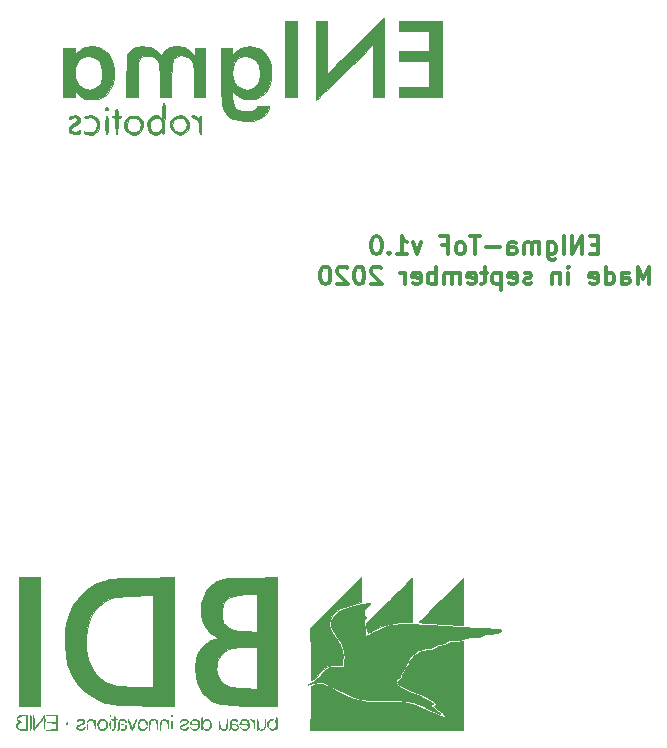
<source format=gbr>
G04 #@! TF.GenerationSoftware,KiCad,Pcbnew,5.1.6*
G04 #@! TF.CreationDate,2020-09-21T21:36:16+02:00*
G04 #@! TF.ProjectId,enigma-ToF,656e6967-6d61-42d5-946f-462e6b696361,rev?*
G04 #@! TF.SameCoordinates,Original*
G04 #@! TF.FileFunction,Legend,Bot*
G04 #@! TF.FilePolarity,Positive*
%FSLAX46Y46*%
G04 Gerber Fmt 4.6, Leading zero omitted, Abs format (unit mm)*
G04 Created by KiCad (PCBNEW 5.1.6) date 2020-09-21 21:36:16*
%MOMM*%
%LPD*%
G01*
G04 APERTURE LIST*
%ADD10C,0.300000*%
%ADD11C,0.010000*%
G04 APERTURE END LIST*
D10*
X99451868Y-60570997D02*
X98951868Y-60570997D01*
X98737582Y-61356711D02*
X99451868Y-61356711D01*
X99451868Y-59856711D01*
X98737582Y-59856711D01*
X98094725Y-61356711D02*
X98094725Y-59856711D01*
X97237582Y-61356711D01*
X97237582Y-59856711D01*
X96523297Y-61356711D02*
X96523297Y-59856711D01*
X95166154Y-60356711D02*
X95166154Y-61570997D01*
X95237582Y-61713854D01*
X95309011Y-61785282D01*
X95451868Y-61856711D01*
X95666154Y-61856711D01*
X95809011Y-61785282D01*
X95166154Y-61285282D02*
X95309011Y-61356711D01*
X95594725Y-61356711D01*
X95737582Y-61285282D01*
X95809011Y-61213854D01*
X95880440Y-61070997D01*
X95880440Y-60642425D01*
X95809011Y-60499568D01*
X95737582Y-60428140D01*
X95594725Y-60356711D01*
X95309011Y-60356711D01*
X95166154Y-60428140D01*
X94451868Y-61356711D02*
X94451868Y-60356711D01*
X94451868Y-60499568D02*
X94380440Y-60428140D01*
X94237582Y-60356711D01*
X94023297Y-60356711D01*
X93880440Y-60428140D01*
X93809011Y-60570997D01*
X93809011Y-61356711D01*
X93809011Y-60570997D02*
X93737582Y-60428140D01*
X93594725Y-60356711D01*
X93380440Y-60356711D01*
X93237582Y-60428140D01*
X93166154Y-60570997D01*
X93166154Y-61356711D01*
X91809011Y-61356711D02*
X91809011Y-60570997D01*
X91880440Y-60428140D01*
X92023297Y-60356711D01*
X92309011Y-60356711D01*
X92451868Y-60428140D01*
X91809011Y-61285282D02*
X91951868Y-61356711D01*
X92309011Y-61356711D01*
X92451868Y-61285282D01*
X92523297Y-61142425D01*
X92523297Y-60999568D01*
X92451868Y-60856711D01*
X92309011Y-60785282D01*
X91951868Y-60785282D01*
X91809011Y-60713854D01*
X91094725Y-60785282D02*
X89951868Y-60785282D01*
X89451868Y-59856711D02*
X88594725Y-59856711D01*
X89023297Y-61356711D02*
X89023297Y-59856711D01*
X87880440Y-61356711D02*
X88023297Y-61285282D01*
X88094725Y-61213854D01*
X88166154Y-61070997D01*
X88166154Y-60642425D01*
X88094725Y-60499568D01*
X88023297Y-60428140D01*
X87880440Y-60356711D01*
X87666154Y-60356711D01*
X87523297Y-60428140D01*
X87451868Y-60499568D01*
X87380440Y-60642425D01*
X87380440Y-61070997D01*
X87451868Y-61213854D01*
X87523297Y-61285282D01*
X87666154Y-61356711D01*
X87880440Y-61356711D01*
X86237582Y-60570997D02*
X86737582Y-60570997D01*
X86737582Y-61356711D02*
X86737582Y-59856711D01*
X86023297Y-59856711D01*
X84451868Y-60356711D02*
X84094725Y-61356711D01*
X83737582Y-60356711D01*
X82380440Y-61356711D02*
X83237582Y-61356711D01*
X82809011Y-61356711D02*
X82809011Y-59856711D01*
X82951868Y-60070997D01*
X83094725Y-60213854D01*
X83237582Y-60285282D01*
X81737582Y-61213854D02*
X81666154Y-61285282D01*
X81737582Y-61356711D01*
X81809011Y-61285282D01*
X81737582Y-61213854D01*
X81737582Y-61356711D01*
X80737582Y-59856711D02*
X80594725Y-59856711D01*
X80451868Y-59928140D01*
X80380440Y-59999568D01*
X80309011Y-60142425D01*
X80237582Y-60428140D01*
X80237582Y-60785282D01*
X80309011Y-61070997D01*
X80380440Y-61213854D01*
X80451868Y-61285282D01*
X80594725Y-61356711D01*
X80737582Y-61356711D01*
X80880440Y-61285282D01*
X80951868Y-61213854D01*
X81023297Y-61070997D01*
X81094725Y-60785282D01*
X81094725Y-60428140D01*
X81023297Y-60142425D01*
X80951868Y-59999568D01*
X80880440Y-59928140D01*
X80737582Y-59856711D01*
X103773297Y-63906711D02*
X103773297Y-62406711D01*
X103273297Y-63478140D01*
X102773297Y-62406711D01*
X102773297Y-63906711D01*
X101416154Y-63906711D02*
X101416154Y-63120997D01*
X101487582Y-62978140D01*
X101630440Y-62906711D01*
X101916154Y-62906711D01*
X102059011Y-62978140D01*
X101416154Y-63835282D02*
X101559011Y-63906711D01*
X101916154Y-63906711D01*
X102059011Y-63835282D01*
X102130440Y-63692425D01*
X102130440Y-63549568D01*
X102059011Y-63406711D01*
X101916154Y-63335282D01*
X101559011Y-63335282D01*
X101416154Y-63263854D01*
X100059011Y-63906711D02*
X100059011Y-62406711D01*
X100059011Y-63835282D02*
X100201868Y-63906711D01*
X100487582Y-63906711D01*
X100630440Y-63835282D01*
X100701868Y-63763854D01*
X100773297Y-63620997D01*
X100773297Y-63192425D01*
X100701868Y-63049568D01*
X100630440Y-62978140D01*
X100487582Y-62906711D01*
X100201868Y-62906711D01*
X100059011Y-62978140D01*
X98773297Y-63835282D02*
X98916154Y-63906711D01*
X99201868Y-63906711D01*
X99344725Y-63835282D01*
X99416154Y-63692425D01*
X99416154Y-63120997D01*
X99344725Y-62978140D01*
X99201868Y-62906711D01*
X98916154Y-62906711D01*
X98773297Y-62978140D01*
X98701868Y-63120997D01*
X98701868Y-63263854D01*
X99416154Y-63406711D01*
X96916154Y-63906711D02*
X96916154Y-62906711D01*
X96916154Y-62406711D02*
X96987582Y-62478140D01*
X96916154Y-62549568D01*
X96844725Y-62478140D01*
X96916154Y-62406711D01*
X96916154Y-62549568D01*
X96201868Y-62906711D02*
X96201868Y-63906711D01*
X96201868Y-63049568D02*
X96130440Y-62978140D01*
X95987582Y-62906711D01*
X95773297Y-62906711D01*
X95630440Y-62978140D01*
X95559011Y-63120997D01*
X95559011Y-63906711D01*
X93773297Y-63835282D02*
X93630440Y-63906711D01*
X93344725Y-63906711D01*
X93201868Y-63835282D01*
X93130440Y-63692425D01*
X93130440Y-63620997D01*
X93201868Y-63478140D01*
X93344725Y-63406711D01*
X93559011Y-63406711D01*
X93701868Y-63335282D01*
X93773297Y-63192425D01*
X93773297Y-63120997D01*
X93701868Y-62978140D01*
X93559011Y-62906711D01*
X93344725Y-62906711D01*
X93201868Y-62978140D01*
X91916154Y-63835282D02*
X92059011Y-63906711D01*
X92344725Y-63906711D01*
X92487582Y-63835282D01*
X92559011Y-63692425D01*
X92559011Y-63120997D01*
X92487582Y-62978140D01*
X92344725Y-62906711D01*
X92059011Y-62906711D01*
X91916154Y-62978140D01*
X91844725Y-63120997D01*
X91844725Y-63263854D01*
X92559011Y-63406711D01*
X91201868Y-62906711D02*
X91201868Y-64406711D01*
X91201868Y-62978140D02*
X91059011Y-62906711D01*
X90773297Y-62906711D01*
X90630440Y-62978140D01*
X90559011Y-63049568D01*
X90487582Y-63192425D01*
X90487582Y-63620997D01*
X90559011Y-63763854D01*
X90630440Y-63835282D01*
X90773297Y-63906711D01*
X91059011Y-63906711D01*
X91201868Y-63835282D01*
X90059011Y-62906711D02*
X89487582Y-62906711D01*
X89844725Y-62406711D02*
X89844725Y-63692425D01*
X89773297Y-63835282D01*
X89630440Y-63906711D01*
X89487582Y-63906711D01*
X88416154Y-63835282D02*
X88559011Y-63906711D01*
X88844725Y-63906711D01*
X88987582Y-63835282D01*
X89059011Y-63692425D01*
X89059011Y-63120997D01*
X88987582Y-62978140D01*
X88844725Y-62906711D01*
X88559011Y-62906711D01*
X88416154Y-62978140D01*
X88344725Y-63120997D01*
X88344725Y-63263854D01*
X89059011Y-63406711D01*
X87701868Y-63906711D02*
X87701868Y-62906711D01*
X87701868Y-63049568D02*
X87630440Y-62978140D01*
X87487582Y-62906711D01*
X87273297Y-62906711D01*
X87130440Y-62978140D01*
X87059011Y-63120997D01*
X87059011Y-63906711D01*
X87059011Y-63120997D02*
X86987582Y-62978140D01*
X86844725Y-62906711D01*
X86630440Y-62906711D01*
X86487582Y-62978140D01*
X86416154Y-63120997D01*
X86416154Y-63906711D01*
X85701868Y-63906711D02*
X85701868Y-62406711D01*
X85701868Y-62978140D02*
X85559011Y-62906711D01*
X85273297Y-62906711D01*
X85130440Y-62978140D01*
X85059011Y-63049568D01*
X84987582Y-63192425D01*
X84987582Y-63620997D01*
X85059011Y-63763854D01*
X85130440Y-63835282D01*
X85273297Y-63906711D01*
X85559011Y-63906711D01*
X85701868Y-63835282D01*
X83773297Y-63835282D02*
X83916154Y-63906711D01*
X84201868Y-63906711D01*
X84344725Y-63835282D01*
X84416154Y-63692425D01*
X84416154Y-63120997D01*
X84344725Y-62978140D01*
X84201868Y-62906711D01*
X83916154Y-62906711D01*
X83773297Y-62978140D01*
X83701868Y-63120997D01*
X83701868Y-63263854D01*
X84416154Y-63406711D01*
X83059011Y-63906711D02*
X83059011Y-62906711D01*
X83059011Y-63192425D02*
X82987582Y-63049568D01*
X82916154Y-62978140D01*
X82773297Y-62906711D01*
X82630440Y-62906711D01*
X81059011Y-62549568D02*
X80987582Y-62478140D01*
X80844725Y-62406711D01*
X80487582Y-62406711D01*
X80344725Y-62478140D01*
X80273297Y-62549568D01*
X80201868Y-62692425D01*
X80201868Y-62835282D01*
X80273297Y-63049568D01*
X81130440Y-63906711D01*
X80201868Y-63906711D01*
X79273297Y-62406711D02*
X79130440Y-62406711D01*
X78987582Y-62478140D01*
X78916154Y-62549568D01*
X78844725Y-62692425D01*
X78773297Y-62978140D01*
X78773297Y-63335282D01*
X78844725Y-63620997D01*
X78916154Y-63763854D01*
X78987582Y-63835282D01*
X79130440Y-63906711D01*
X79273297Y-63906711D01*
X79416154Y-63835282D01*
X79487582Y-63763854D01*
X79559011Y-63620997D01*
X79630440Y-63335282D01*
X79630440Y-62978140D01*
X79559011Y-62692425D01*
X79487582Y-62549568D01*
X79416154Y-62478140D01*
X79273297Y-62406711D01*
X78201868Y-62549568D02*
X78130440Y-62478140D01*
X77987582Y-62406711D01*
X77630440Y-62406711D01*
X77487582Y-62478140D01*
X77416154Y-62549568D01*
X77344725Y-62692425D01*
X77344725Y-62835282D01*
X77416154Y-63049568D01*
X78273297Y-63906711D01*
X77344725Y-63906711D01*
X76416154Y-62406711D02*
X76273297Y-62406711D01*
X76130440Y-62478140D01*
X76059011Y-62549568D01*
X75987582Y-62692425D01*
X75916154Y-62978140D01*
X75916154Y-63335282D01*
X75987582Y-63620997D01*
X76059011Y-63763854D01*
X76130440Y-63835282D01*
X76273297Y-63906711D01*
X76416154Y-63906711D01*
X76559011Y-63835282D01*
X76630440Y-63763854D01*
X76701868Y-63620997D01*
X76773297Y-63335282D01*
X76773297Y-62978140D01*
X76701868Y-62692425D01*
X76630440Y-62549568D01*
X76559011Y-62478140D01*
X76416154Y-62406711D01*
D11*
G36*
X86097829Y-90625212D02*
G01*
X85738416Y-90985171D01*
X85402227Y-91323120D01*
X85095854Y-91632346D01*
X84825887Y-91906136D01*
X84598919Y-92137777D01*
X84421542Y-92320556D01*
X84300345Y-92447760D01*
X84241922Y-92512676D01*
X84237605Y-92519698D01*
X84289604Y-92525951D01*
X84429078Y-92536945D01*
X84642055Y-92551846D01*
X84914564Y-92569818D01*
X85232631Y-92590026D01*
X85582286Y-92611636D01*
X85949556Y-92633811D01*
X86320470Y-92655717D01*
X86681056Y-92676520D01*
X87017342Y-92695383D01*
X87315355Y-92711473D01*
X87561125Y-92723953D01*
X87740678Y-92731989D01*
X87835740Y-92734742D01*
X87975440Y-92735400D01*
X87975440Y-88748114D01*
X86097829Y-90625212D01*
G37*
X86097829Y-90625212D02*
X85738416Y-90985171D01*
X85402227Y-91323120D01*
X85095854Y-91632346D01*
X84825887Y-91906136D01*
X84598919Y-92137777D01*
X84421542Y-92320556D01*
X84300345Y-92447760D01*
X84241922Y-92512676D01*
X84237605Y-92519698D01*
X84289604Y-92525951D01*
X84429078Y-92536945D01*
X84642055Y-92551846D01*
X84914564Y-92569818D01*
X85232631Y-92590026D01*
X85582286Y-92611636D01*
X85949556Y-92633811D01*
X86320470Y-92655717D01*
X86681056Y-92676520D01*
X87017342Y-92695383D01*
X87315355Y-92711473D01*
X87561125Y-92723953D01*
X87740678Y-92731989D01*
X87835740Y-92734742D01*
X87975440Y-92735400D01*
X87975440Y-88748114D01*
X86097829Y-90625212D01*
G36*
X83627725Y-88807906D02*
G01*
X83520609Y-88908230D01*
X83355267Y-89067377D01*
X83138421Y-89278756D01*
X82876793Y-89535771D01*
X82577108Y-89831831D01*
X82246088Y-90160341D01*
X81890456Y-90514708D01*
X81707504Y-90697535D01*
X79783468Y-92622070D01*
X79818472Y-92920035D01*
X79848889Y-93149003D01*
X79878475Y-93292972D01*
X79912343Y-93368369D01*
X79955604Y-93391620D01*
X79965164Y-93391508D01*
X80030002Y-93367588D01*
X80166602Y-93304887D01*
X80356890Y-93212082D01*
X80582790Y-93097848D01*
X80660240Y-93057876D01*
X81056527Y-92867197D01*
X81426906Y-92724800D01*
X81798166Y-92624506D01*
X82197094Y-92560130D01*
X82650478Y-92525492D01*
X83009605Y-92515692D01*
X83707970Y-92506800D01*
X83708105Y-90639900D01*
X83707131Y-90215730D01*
X83704297Y-89825357D01*
X83699834Y-89480000D01*
X83693972Y-89190876D01*
X83686939Y-88969205D01*
X83678966Y-88826205D01*
X83670282Y-88773096D01*
X83669890Y-88773000D01*
X83627725Y-88807906D01*
G37*
X83627725Y-88807906D02*
X83520609Y-88908230D01*
X83355267Y-89067377D01*
X83138421Y-89278756D01*
X82876793Y-89535771D01*
X82577108Y-89831831D01*
X82246088Y-90160341D01*
X81890456Y-90514708D01*
X81707504Y-90697535D01*
X79783468Y-92622070D01*
X79818472Y-92920035D01*
X79848889Y-93149003D01*
X79878475Y-93292972D01*
X79912343Y-93368369D01*
X79955604Y-93391620D01*
X79965164Y-93391508D01*
X80030002Y-93367588D01*
X80166602Y-93304887D01*
X80356890Y-93212082D01*
X80582790Y-93097848D01*
X80660240Y-93057876D01*
X81056527Y-92867197D01*
X81426906Y-92724800D01*
X81798166Y-92624506D01*
X82197094Y-92560130D01*
X82650478Y-92525492D01*
X83009605Y-92515692D01*
X83707970Y-92506800D01*
X83708105Y-90639900D01*
X83707131Y-90215730D01*
X83704297Y-89825357D01*
X83699834Y-89480000D01*
X83693972Y-89190876D01*
X83686939Y-88969205D01*
X83678966Y-88826205D01*
X83670282Y-88773096D01*
X83669890Y-88773000D01*
X83627725Y-88807906D01*
G36*
X77231435Y-90856417D02*
G01*
X75071155Y-93016034D01*
X75084398Y-95231300D01*
X75097640Y-97446567D01*
X75366672Y-97294563D01*
X75622638Y-97105447D01*
X75832004Y-96853492D01*
X76060257Y-96561762D01*
X76301392Y-96352884D01*
X76575804Y-96216395D01*
X76903888Y-96141833D01*
X77263781Y-96119007D01*
X77753521Y-96113600D01*
X77784654Y-95732600D01*
X77792379Y-95334705D01*
X77753192Y-94957195D01*
X77671155Y-94629899D01*
X77616360Y-94496510D01*
X77544016Y-94367066D01*
X77428325Y-94182279D01*
X77286276Y-93968548D01*
X77159583Y-93786755D01*
X76951327Y-93482875D01*
X76804214Y-93235502D01*
X76710749Y-93026236D01*
X76663436Y-92836674D01*
X76654780Y-92648415D01*
X76661117Y-92562892D01*
X76715073Y-92284097D01*
X76824870Y-92041799D01*
X77008415Y-91796803D01*
X77014141Y-91790262D01*
X77180442Y-91624624D01*
X77375080Y-91480721D01*
X77612541Y-91351759D01*
X77907311Y-91230946D01*
X78273875Y-91111490D01*
X78726720Y-90986599D01*
X78729840Y-90985790D01*
X79364840Y-90821229D01*
X79378278Y-89759014D01*
X79391716Y-88696800D01*
X77231435Y-90856417D01*
G37*
X77231435Y-90856417D02*
X75071155Y-93016034D01*
X75084398Y-95231300D01*
X75097640Y-97446567D01*
X75366672Y-97294563D01*
X75622638Y-97105447D01*
X75832004Y-96853492D01*
X76060257Y-96561762D01*
X76301392Y-96352884D01*
X76575804Y-96216395D01*
X76903888Y-96141833D01*
X77263781Y-96119007D01*
X77753521Y-96113600D01*
X77784654Y-95732600D01*
X77792379Y-95334705D01*
X77753192Y-94957195D01*
X77671155Y-94629899D01*
X77616360Y-94496510D01*
X77544016Y-94367066D01*
X77428325Y-94182279D01*
X77286276Y-93968548D01*
X77159583Y-93786755D01*
X76951327Y-93482875D01*
X76804214Y-93235502D01*
X76710749Y-93026236D01*
X76663436Y-92836674D01*
X76654780Y-92648415D01*
X76661117Y-92562892D01*
X76715073Y-92284097D01*
X76824870Y-92041799D01*
X77008415Y-91796803D01*
X77014141Y-91790262D01*
X77180442Y-91624624D01*
X77375080Y-91480721D01*
X77612541Y-91351759D01*
X77907311Y-91230946D01*
X78273875Y-91111490D01*
X78726720Y-90986599D01*
X78729840Y-90985790D01*
X79364840Y-90821229D01*
X79378278Y-89759014D01*
X79391716Y-88696800D01*
X77231435Y-90856417D01*
G36*
X50434240Y-99593400D02*
G01*
X52161440Y-99593400D01*
X52161440Y-88722200D01*
X50434240Y-88722200D01*
X50434240Y-99593400D01*
G37*
X50434240Y-99593400D02*
X52161440Y-99593400D01*
X52161440Y-88722200D01*
X50434240Y-88722200D01*
X50434240Y-99593400D01*
G36*
X61165740Y-88735717D02*
G01*
X60529937Y-88743205D01*
X59985272Y-88752295D01*
X59521285Y-88763837D01*
X59127517Y-88778684D01*
X58793509Y-88797686D01*
X58508801Y-88821696D01*
X58262935Y-88851564D01*
X58045450Y-88888142D01*
X57845887Y-88932281D01*
X57653787Y-88984833D01*
X57495440Y-89034492D01*
X56870459Y-89290243D01*
X56305520Y-89625342D01*
X55803294Y-90035285D01*
X55366455Y-90515567D01*
X54997673Y-91061684D01*
X54699620Y-91669132D01*
X54474969Y-92333407D01*
X54326391Y-93050004D01*
X54256557Y-93814419D01*
X54260600Y-94488000D01*
X54339701Y-95278756D01*
X54496922Y-96012062D01*
X54730324Y-96685069D01*
X55037969Y-97294929D01*
X55417919Y-97838795D01*
X55868236Y-98313818D01*
X56386981Y-98717150D01*
X56972216Y-99045943D01*
X57508397Y-99260638D01*
X57711136Y-99323429D01*
X57922860Y-99377009D01*
X58153676Y-99422233D01*
X58413690Y-99459953D01*
X58713010Y-99491024D01*
X59061743Y-99516299D01*
X59469995Y-99536631D01*
X59947875Y-99552873D01*
X60505488Y-99565880D01*
X61152942Y-99576505D01*
X61267340Y-99578065D01*
X63489840Y-99607655D01*
X63489840Y-98034905D01*
X61711840Y-98034905D01*
X60403740Y-98000007D01*
X60022979Y-97987489D01*
X59654543Y-97971027D01*
X59317478Y-97951799D01*
X59030831Y-97930982D01*
X58813650Y-97909754D01*
X58714640Y-97895554D01*
X58172384Y-97755537D01*
X57699420Y-97544343D01*
X57288886Y-97258048D01*
X56933922Y-96892729D01*
X56911253Y-96864443D01*
X56597341Y-96397194D01*
X56360254Y-95882176D01*
X56197114Y-95310896D01*
X56105044Y-94674854D01*
X56089166Y-94437200D01*
X56092091Y-93741942D01*
X56169206Y-93098062D01*
X56317827Y-92510034D01*
X56535271Y-91982332D01*
X56818853Y-91519430D01*
X57165889Y-91125802D01*
X57573696Y-90805923D01*
X58039589Y-90564266D01*
X58499562Y-90418921D01*
X58684979Y-90386896D01*
X58953627Y-90355551D01*
X59287135Y-90326066D01*
X59667136Y-90299620D01*
X60075261Y-90277393D01*
X60493140Y-90260564D01*
X60902405Y-90250313D01*
X61165740Y-90247703D01*
X61711840Y-90246200D01*
X61711840Y-98034905D01*
X63489840Y-98034905D01*
X63489840Y-88712058D01*
X61165740Y-88735717D01*
G37*
X61165740Y-88735717D02*
X60529937Y-88743205D01*
X59985272Y-88752295D01*
X59521285Y-88763837D01*
X59127517Y-88778684D01*
X58793509Y-88797686D01*
X58508801Y-88821696D01*
X58262935Y-88851564D01*
X58045450Y-88888142D01*
X57845887Y-88932281D01*
X57653787Y-88984833D01*
X57495440Y-89034492D01*
X56870459Y-89290243D01*
X56305520Y-89625342D01*
X55803294Y-90035285D01*
X55366455Y-90515567D01*
X54997673Y-91061684D01*
X54699620Y-91669132D01*
X54474969Y-92333407D01*
X54326391Y-93050004D01*
X54256557Y-93814419D01*
X54260600Y-94488000D01*
X54339701Y-95278756D01*
X54496922Y-96012062D01*
X54730324Y-96685069D01*
X55037969Y-97294929D01*
X55417919Y-97838795D01*
X55868236Y-98313818D01*
X56386981Y-98717150D01*
X56972216Y-99045943D01*
X57508397Y-99260638D01*
X57711136Y-99323429D01*
X57922860Y-99377009D01*
X58153676Y-99422233D01*
X58413690Y-99459953D01*
X58713010Y-99491024D01*
X59061743Y-99516299D01*
X59469995Y-99536631D01*
X59947875Y-99552873D01*
X60505488Y-99565880D01*
X61152942Y-99576505D01*
X61267340Y-99578065D01*
X63489840Y-99607655D01*
X63489840Y-98034905D01*
X61711840Y-98034905D01*
X60403740Y-98000007D01*
X60022979Y-97987489D01*
X59654543Y-97971027D01*
X59317478Y-97951799D01*
X59030831Y-97930982D01*
X58813650Y-97909754D01*
X58714640Y-97895554D01*
X58172384Y-97755537D01*
X57699420Y-97544343D01*
X57288886Y-97258048D01*
X56933922Y-96892729D01*
X56911253Y-96864443D01*
X56597341Y-96397194D01*
X56360254Y-95882176D01*
X56197114Y-95310896D01*
X56105044Y-94674854D01*
X56089166Y-94437200D01*
X56092091Y-93741942D01*
X56169206Y-93098062D01*
X56317827Y-92510034D01*
X56535271Y-91982332D01*
X56818853Y-91519430D01*
X57165889Y-91125802D01*
X57573696Y-90805923D01*
X58039589Y-90564266D01*
X58499562Y-90418921D01*
X58684979Y-90386896D01*
X58953627Y-90355551D01*
X59287135Y-90326066D01*
X59667136Y-90299620D01*
X60075261Y-90277393D01*
X60493140Y-90260564D01*
X60902405Y-90250313D01*
X61165740Y-90247703D01*
X61711840Y-90246200D01*
X61711840Y-98034905D01*
X63489840Y-98034905D01*
X63489840Y-88712058D01*
X61165740Y-88735717D01*
G36*
X70157340Y-88734679D02*
G01*
X69604953Y-88740328D01*
X69143042Y-88746557D01*
X68760486Y-88754549D01*
X68446166Y-88765484D01*
X68188958Y-88780546D01*
X67977743Y-88800916D01*
X67801399Y-88827776D01*
X67648804Y-88862307D01*
X67508837Y-88905693D01*
X67370377Y-88959114D01*
X67222304Y-89023753D01*
X67156649Y-89053582D01*
X66824657Y-89256416D01*
X66517923Y-89542173D01*
X66249549Y-89892903D01*
X66032635Y-90290660D01*
X65880282Y-90717495D01*
X65850224Y-90843317D01*
X65779073Y-91370138D01*
X65790837Y-91870366D01*
X65881886Y-92334943D01*
X66048589Y-92754814D01*
X66287314Y-93120923D01*
X66594430Y-93424213D01*
X66966307Y-93655629D01*
X66980500Y-93662339D01*
X67316553Y-93819597D01*
X67010929Y-93903256D01*
X66623418Y-94046653D01*
X66287867Y-94257046D01*
X65989533Y-94536990D01*
X65709532Y-94901436D01*
X65508150Y-95301394D01*
X65380885Y-95749849D01*
X65323232Y-96259787D01*
X65318640Y-96471746D01*
X65361384Y-97072838D01*
X65489791Y-97619619D01*
X65704123Y-98112819D01*
X66004644Y-98553165D01*
X66113467Y-98677033D01*
X66293502Y-98856511D01*
X66482049Y-99011646D01*
X66687528Y-99144113D01*
X66918358Y-99255587D01*
X67182960Y-99347744D01*
X67489753Y-99422257D01*
X67847157Y-99480802D01*
X68263592Y-99525053D01*
X68747478Y-99556687D01*
X69307236Y-99577377D01*
X69951284Y-99588800D01*
X70688042Y-99592629D01*
X70716140Y-99592646D01*
X72278240Y-99593400D01*
X72278240Y-98135626D01*
X70551040Y-98135626D01*
X69573140Y-98104372D01*
X69176824Y-98087789D01*
X68834326Y-98065595D01*
X68560069Y-98039005D01*
X68368471Y-98009233D01*
X68327830Y-97999469D01*
X67955484Y-97861603D01*
X67659382Y-97667899D01*
X67423283Y-97404581D01*
X67239135Y-97076003D01*
X67152728Y-96792756D01*
X67117197Y-96459036D01*
X67132075Y-96112036D01*
X67196890Y-95788953D01*
X67257444Y-95626606D01*
X67466877Y-95283108D01*
X67745227Y-95013197D01*
X68093638Y-94816085D01*
X68513256Y-94690981D01*
X68647617Y-94668174D01*
X68829260Y-94649533D01*
X69082700Y-94633781D01*
X69378147Y-94622295D01*
X69685808Y-94616453D01*
X69776340Y-94616006D01*
X70551040Y-94615000D01*
X70551040Y-98135626D01*
X72278240Y-98135626D01*
X72278240Y-93307194D01*
X70551040Y-93307194D01*
X69700140Y-93281481D01*
X69349727Y-93268398D01*
X69079195Y-93251524D01*
X68866833Y-93228377D01*
X68690931Y-93196474D01*
X68529778Y-93153331D01*
X68501303Y-93144386D01*
X68162908Y-92995596D01*
X67892023Y-92791753D01*
X67700367Y-92543006D01*
X67633788Y-92393135D01*
X67588871Y-92198023D01*
X67560795Y-91943560D01*
X67553840Y-91737656D01*
X67578573Y-91361610D01*
X67656498Y-91043649D01*
X67793207Y-90780213D01*
X67994290Y-90567742D01*
X68265339Y-90402677D01*
X68611945Y-90281460D01*
X69039699Y-90200531D01*
X69554191Y-90156331D01*
X70055740Y-90144985D01*
X70551040Y-90144600D01*
X70551040Y-93307194D01*
X72278240Y-93307194D01*
X72278240Y-88714390D01*
X70157340Y-88734679D01*
G37*
X70157340Y-88734679D02*
X69604953Y-88740328D01*
X69143042Y-88746557D01*
X68760486Y-88754549D01*
X68446166Y-88765484D01*
X68188958Y-88780546D01*
X67977743Y-88800916D01*
X67801399Y-88827776D01*
X67648804Y-88862307D01*
X67508837Y-88905693D01*
X67370377Y-88959114D01*
X67222304Y-89023753D01*
X67156649Y-89053582D01*
X66824657Y-89256416D01*
X66517923Y-89542173D01*
X66249549Y-89892903D01*
X66032635Y-90290660D01*
X65880282Y-90717495D01*
X65850224Y-90843317D01*
X65779073Y-91370138D01*
X65790837Y-91870366D01*
X65881886Y-92334943D01*
X66048589Y-92754814D01*
X66287314Y-93120923D01*
X66594430Y-93424213D01*
X66966307Y-93655629D01*
X66980500Y-93662339D01*
X67316553Y-93819597D01*
X67010929Y-93903256D01*
X66623418Y-94046653D01*
X66287867Y-94257046D01*
X65989533Y-94536990D01*
X65709532Y-94901436D01*
X65508150Y-95301394D01*
X65380885Y-95749849D01*
X65323232Y-96259787D01*
X65318640Y-96471746D01*
X65361384Y-97072838D01*
X65489791Y-97619619D01*
X65704123Y-98112819D01*
X66004644Y-98553165D01*
X66113467Y-98677033D01*
X66293502Y-98856511D01*
X66482049Y-99011646D01*
X66687528Y-99144113D01*
X66918358Y-99255587D01*
X67182960Y-99347744D01*
X67489753Y-99422257D01*
X67847157Y-99480802D01*
X68263592Y-99525053D01*
X68747478Y-99556687D01*
X69307236Y-99577377D01*
X69951284Y-99588800D01*
X70688042Y-99592629D01*
X70716140Y-99592646D01*
X72278240Y-99593400D01*
X72278240Y-98135626D01*
X70551040Y-98135626D01*
X69573140Y-98104372D01*
X69176824Y-98087789D01*
X68834326Y-98065595D01*
X68560069Y-98039005D01*
X68368471Y-98009233D01*
X68327830Y-97999469D01*
X67955484Y-97861603D01*
X67659382Y-97667899D01*
X67423283Y-97404581D01*
X67239135Y-97076003D01*
X67152728Y-96792756D01*
X67117197Y-96459036D01*
X67132075Y-96112036D01*
X67196890Y-95788953D01*
X67257444Y-95626606D01*
X67466877Y-95283108D01*
X67745227Y-95013197D01*
X68093638Y-94816085D01*
X68513256Y-94690981D01*
X68647617Y-94668174D01*
X68829260Y-94649533D01*
X69082700Y-94633781D01*
X69378147Y-94622295D01*
X69685808Y-94616453D01*
X69776340Y-94616006D01*
X70551040Y-94615000D01*
X70551040Y-98135626D01*
X72278240Y-98135626D01*
X72278240Y-93307194D01*
X70551040Y-93307194D01*
X69700140Y-93281481D01*
X69349727Y-93268398D01*
X69079195Y-93251524D01*
X68866833Y-93228377D01*
X68690931Y-93196474D01*
X68529778Y-93153331D01*
X68501303Y-93144386D01*
X68162908Y-92995596D01*
X67892023Y-92791753D01*
X67700367Y-92543006D01*
X67633788Y-92393135D01*
X67588871Y-92198023D01*
X67560795Y-91943560D01*
X67553840Y-91737656D01*
X67578573Y-91361610D01*
X67656498Y-91043649D01*
X67793207Y-90780213D01*
X67994290Y-90567742D01*
X68265339Y-90402677D01*
X68611945Y-90281460D01*
X69039699Y-90200531D01*
X69554191Y-90156331D01*
X70055740Y-90144985D01*
X70551040Y-90144600D01*
X70551040Y-93307194D01*
X72278240Y-93307194D01*
X72278240Y-88714390D01*
X70157340Y-88734679D01*
G36*
X79987140Y-90878382D02*
G01*
X79885556Y-90899194D01*
X79715731Y-90933018D01*
X79509182Y-90973594D01*
X79442403Y-90986607D01*
X79127719Y-91054204D01*
X78787950Y-91137921D01*
X78449878Y-91230209D01*
X78140285Y-91323519D01*
X77885954Y-91410303D01*
X77760949Y-91460529D01*
X77426552Y-91649494D01*
X77155356Y-91884956D01*
X76955773Y-92154088D01*
X76836217Y-92444066D01*
X76805103Y-92742062D01*
X76824790Y-92887569D01*
X76864633Y-92983413D01*
X76951989Y-93144606D01*
X77076266Y-93353155D01*
X77226872Y-93591063D01*
X77335937Y-93756001D01*
X77563806Y-94106293D01*
X77733219Y-94401551D01*
X77850944Y-94664638D01*
X77923753Y-94918417D01*
X77958416Y-95185750D01*
X77961703Y-95489500D01*
X77943764Y-95808490D01*
X77907787Y-96288353D01*
X77414308Y-96284873D01*
X77165523Y-96290563D01*
X76930216Y-96308873D01*
X76745294Y-96336514D01*
X76695385Y-96348937D01*
X76476174Y-96457927D01*
X76228957Y-96660660D01*
X75957061Y-96954233D01*
X75848616Y-97088170D01*
X75705995Y-97231719D01*
X75497863Y-97391667D01*
X75272613Y-97534550D01*
X75096195Y-97638961D01*
X74961288Y-97723905D01*
X74886246Y-97777543D01*
X74877237Y-97789520D01*
X74929940Y-97782579D01*
X75053325Y-97748618D01*
X75222338Y-97694645D01*
X75250040Y-97685269D01*
X75448024Y-97621001D01*
X75617587Y-97578640D01*
X75774300Y-97561491D01*
X75933735Y-97572859D01*
X76111462Y-97616046D01*
X76323054Y-97694359D01*
X76584081Y-97811101D01*
X76910115Y-97969576D01*
X77146871Y-98087801D01*
X77632830Y-98330039D01*
X78046580Y-98530073D01*
X78405316Y-98692011D01*
X78726229Y-98819963D01*
X79026512Y-98918036D01*
X79323358Y-98990341D01*
X79633960Y-99040985D01*
X79975511Y-99074078D01*
X80365203Y-99093728D01*
X80820229Y-99104045D01*
X81357782Y-99109136D01*
X81422240Y-99109551D01*
X81920782Y-99113816D01*
X82332080Y-99120682D01*
X82670488Y-99131592D01*
X82950355Y-99147988D01*
X83186033Y-99171314D01*
X83391874Y-99203010D01*
X83582228Y-99244521D01*
X83771445Y-99297288D01*
X83973879Y-99362754D01*
X83987626Y-99367412D01*
X84205010Y-99448549D01*
X84485017Y-99563797D01*
X84799826Y-99700983D01*
X85121615Y-99847934D01*
X85422561Y-99992478D01*
X85467810Y-100015014D01*
X85716044Y-100134429D01*
X85900532Y-100212665D01*
X86012774Y-100246450D01*
X86045040Y-100237203D01*
X86007402Y-100198244D01*
X85906312Y-100112888D01*
X85759513Y-99995814D01*
X85664040Y-99921938D01*
X85498580Y-99788919D01*
X85369398Y-99673103D01*
X85294533Y-99591284D01*
X85283040Y-99567154D01*
X85321415Y-99493791D01*
X85391914Y-99431902D01*
X85428163Y-99402142D01*
X85434133Y-99370870D01*
X85398775Y-99330076D01*
X85311039Y-99271751D01*
X85159876Y-99187885D01*
X84934235Y-99070468D01*
X84795014Y-98999218D01*
X84502405Y-98855945D01*
X84193609Y-98715099D01*
X83901033Y-98590836D01*
X83657082Y-98497312D01*
X83606640Y-98480113D01*
X83253883Y-98346605D01*
X82915525Y-98186538D01*
X82620265Y-98014908D01*
X82400140Y-97849725D01*
X82302724Y-97696614D01*
X82285840Y-97579947D01*
X82291530Y-97479268D01*
X82321110Y-97403592D01*
X82393347Y-97326292D01*
X82527010Y-97220742D01*
X82552540Y-97201560D01*
X82668490Y-97066430D01*
X82692240Y-96954963D01*
X82724024Y-96810473D01*
X82790860Y-96687726D01*
X82873892Y-96558039D01*
X82956232Y-96393522D01*
X82972968Y-96353696D01*
X83053544Y-96203583D01*
X83151687Y-96086040D01*
X83179148Y-96064649D01*
X83273314Y-95965346D01*
X83301803Y-95816072D01*
X83301840Y-95808520D01*
X83319949Y-95683729D01*
X83385440Y-95561268D01*
X83515061Y-95410273D01*
X83521733Y-95403292D01*
X83646482Y-95282847D01*
X83750417Y-95199744D01*
X83803996Y-95173800D01*
X83874743Y-95138978D01*
X83976028Y-95051920D01*
X84010731Y-95015743D01*
X84139324Y-94904824D01*
X84291587Y-94848336D01*
X84401567Y-94832244D01*
X84556638Y-94805132D01*
X84670114Y-94765240D01*
X84698840Y-94744134D01*
X84781849Y-94706925D01*
X84943312Y-94687504D01*
X85058145Y-94685718D01*
X85248076Y-94680877D01*
X85376457Y-94652855D01*
X85482555Y-94591067D01*
X85519471Y-94561378D01*
X85700913Y-94457578D01*
X85980057Y-94368393D01*
X86085990Y-94343888D01*
X86360982Y-94270563D01*
X86564508Y-94186174D01*
X86642806Y-94134562D01*
X86710824Y-94083914D01*
X86786774Y-94048916D01*
X86891272Y-94025950D01*
X87044936Y-94011398D01*
X87268382Y-94001642D01*
X87426312Y-93997067D01*
X87705757Y-93987242D01*
X87901977Y-93973432D01*
X88033339Y-93952976D01*
X88118210Y-93923211D01*
X88166164Y-93889837D01*
X88230086Y-93847209D01*
X88321983Y-93821164D01*
X88463874Y-93808721D01*
X88677778Y-93806895D01*
X88769052Y-93808132D01*
X89064085Y-93808141D01*
X89277809Y-93794105D01*
X89430001Y-93762176D01*
X89540440Y-93708511D01*
X89615719Y-93643496D01*
X89705338Y-93583318D01*
X89844483Y-93554079D01*
X90001293Y-93548200D01*
X90201372Y-93534930D01*
X90435795Y-93499464D01*
X90677470Y-93448315D01*
X90899304Y-93387997D01*
X91074204Y-93325025D01*
X91174975Y-93266014D01*
X91225663Y-93200140D01*
X91197151Y-93154960D01*
X91175840Y-93140740D01*
X91072332Y-93106116D01*
X90936588Y-93091777D01*
X90839509Y-93088301D01*
X90658048Y-93078997D01*
X90409194Y-93064846D01*
X90109937Y-93046828D01*
X89777265Y-93025927D01*
X89615788Y-93015490D01*
X88905353Y-92970053D01*
X88193076Y-92926206D01*
X87488728Y-92884449D01*
X86802081Y-92845287D01*
X86142906Y-92809222D01*
X85520974Y-92776755D01*
X84946057Y-92748391D01*
X84427927Y-92724631D01*
X83976355Y-92705979D01*
X83601112Y-92692936D01*
X83311970Y-92686006D01*
X83190891Y-92684983D01*
X82691778Y-92692912D01*
X82268735Y-92720078D01*
X81897115Y-92772355D01*
X81552270Y-92855620D01*
X81209553Y-92975748D01*
X80844317Y-93138614D01*
X80457040Y-93336670D01*
X80225225Y-93458453D01*
X80023984Y-93560789D01*
X79870884Y-93634999D01*
X79783492Y-93672407D01*
X79771809Y-93675200D01*
X79736138Y-93630460D01*
X79713554Y-93520475D01*
X79711870Y-93497400D01*
X79691631Y-93198057D01*
X79665911Y-92924537D01*
X79637162Y-92696948D01*
X79607834Y-92535399D01*
X79586531Y-92468909D01*
X79573417Y-92375377D01*
X79633369Y-92253985D01*
X79654523Y-92224356D01*
X79769757Y-92068494D01*
X79652659Y-91865032D01*
X79596335Y-91759725D01*
X79572712Y-91674329D01*
X79589090Y-91588491D01*
X79652769Y-91481858D01*
X79771047Y-91334076D01*
X79894728Y-91190058D01*
X80028284Y-91026132D01*
X80089158Y-90923827D01*
X80079466Y-90876006D01*
X80001325Y-90875530D01*
X79987140Y-90878382D01*
G37*
X79987140Y-90878382D02*
X79885556Y-90899194D01*
X79715731Y-90933018D01*
X79509182Y-90973594D01*
X79442403Y-90986607D01*
X79127719Y-91054204D01*
X78787950Y-91137921D01*
X78449878Y-91230209D01*
X78140285Y-91323519D01*
X77885954Y-91410303D01*
X77760949Y-91460529D01*
X77426552Y-91649494D01*
X77155356Y-91884956D01*
X76955773Y-92154088D01*
X76836217Y-92444066D01*
X76805103Y-92742062D01*
X76824790Y-92887569D01*
X76864633Y-92983413D01*
X76951989Y-93144606D01*
X77076266Y-93353155D01*
X77226872Y-93591063D01*
X77335937Y-93756001D01*
X77563806Y-94106293D01*
X77733219Y-94401551D01*
X77850944Y-94664638D01*
X77923753Y-94918417D01*
X77958416Y-95185750D01*
X77961703Y-95489500D01*
X77943764Y-95808490D01*
X77907787Y-96288353D01*
X77414308Y-96284873D01*
X77165523Y-96290563D01*
X76930216Y-96308873D01*
X76745294Y-96336514D01*
X76695385Y-96348937D01*
X76476174Y-96457927D01*
X76228957Y-96660660D01*
X75957061Y-96954233D01*
X75848616Y-97088170D01*
X75705995Y-97231719D01*
X75497863Y-97391667D01*
X75272613Y-97534550D01*
X75096195Y-97638961D01*
X74961288Y-97723905D01*
X74886246Y-97777543D01*
X74877237Y-97789520D01*
X74929940Y-97782579D01*
X75053325Y-97748618D01*
X75222338Y-97694645D01*
X75250040Y-97685269D01*
X75448024Y-97621001D01*
X75617587Y-97578640D01*
X75774300Y-97561491D01*
X75933735Y-97572859D01*
X76111462Y-97616046D01*
X76323054Y-97694359D01*
X76584081Y-97811101D01*
X76910115Y-97969576D01*
X77146871Y-98087801D01*
X77632830Y-98330039D01*
X78046580Y-98530073D01*
X78405316Y-98692011D01*
X78726229Y-98819963D01*
X79026512Y-98918036D01*
X79323358Y-98990341D01*
X79633960Y-99040985D01*
X79975511Y-99074078D01*
X80365203Y-99093728D01*
X80820229Y-99104045D01*
X81357782Y-99109136D01*
X81422240Y-99109551D01*
X81920782Y-99113816D01*
X82332080Y-99120682D01*
X82670488Y-99131592D01*
X82950355Y-99147988D01*
X83186033Y-99171314D01*
X83391874Y-99203010D01*
X83582228Y-99244521D01*
X83771445Y-99297288D01*
X83973879Y-99362754D01*
X83987626Y-99367412D01*
X84205010Y-99448549D01*
X84485017Y-99563797D01*
X84799826Y-99700983D01*
X85121615Y-99847934D01*
X85422561Y-99992478D01*
X85467810Y-100015014D01*
X85716044Y-100134429D01*
X85900532Y-100212665D01*
X86012774Y-100246450D01*
X86045040Y-100237203D01*
X86007402Y-100198244D01*
X85906312Y-100112888D01*
X85759513Y-99995814D01*
X85664040Y-99921938D01*
X85498580Y-99788919D01*
X85369398Y-99673103D01*
X85294533Y-99591284D01*
X85283040Y-99567154D01*
X85321415Y-99493791D01*
X85391914Y-99431902D01*
X85428163Y-99402142D01*
X85434133Y-99370870D01*
X85398775Y-99330076D01*
X85311039Y-99271751D01*
X85159876Y-99187885D01*
X84934235Y-99070468D01*
X84795014Y-98999218D01*
X84502405Y-98855945D01*
X84193609Y-98715099D01*
X83901033Y-98590836D01*
X83657082Y-98497312D01*
X83606640Y-98480113D01*
X83253883Y-98346605D01*
X82915525Y-98186538D01*
X82620265Y-98014908D01*
X82400140Y-97849725D01*
X82302724Y-97696614D01*
X82285840Y-97579947D01*
X82291530Y-97479268D01*
X82321110Y-97403592D01*
X82393347Y-97326292D01*
X82527010Y-97220742D01*
X82552540Y-97201560D01*
X82668490Y-97066430D01*
X82692240Y-96954963D01*
X82724024Y-96810473D01*
X82790860Y-96687726D01*
X82873892Y-96558039D01*
X82956232Y-96393522D01*
X82972968Y-96353696D01*
X83053544Y-96203583D01*
X83151687Y-96086040D01*
X83179148Y-96064649D01*
X83273314Y-95965346D01*
X83301803Y-95816072D01*
X83301840Y-95808520D01*
X83319949Y-95683729D01*
X83385440Y-95561268D01*
X83515061Y-95410273D01*
X83521733Y-95403292D01*
X83646482Y-95282847D01*
X83750417Y-95199744D01*
X83803996Y-95173800D01*
X83874743Y-95138978D01*
X83976028Y-95051920D01*
X84010731Y-95015743D01*
X84139324Y-94904824D01*
X84291587Y-94848336D01*
X84401567Y-94832244D01*
X84556638Y-94805132D01*
X84670114Y-94765240D01*
X84698840Y-94744134D01*
X84781849Y-94706925D01*
X84943312Y-94687504D01*
X85058145Y-94685718D01*
X85248076Y-94680877D01*
X85376457Y-94652855D01*
X85482555Y-94591067D01*
X85519471Y-94561378D01*
X85700913Y-94457578D01*
X85980057Y-94368393D01*
X86085990Y-94343888D01*
X86360982Y-94270563D01*
X86564508Y-94186174D01*
X86642806Y-94134562D01*
X86710824Y-94083914D01*
X86786774Y-94048916D01*
X86891272Y-94025950D01*
X87044936Y-94011398D01*
X87268382Y-94001642D01*
X87426312Y-93997067D01*
X87705757Y-93987242D01*
X87901977Y-93973432D01*
X88033339Y-93952976D01*
X88118210Y-93923211D01*
X88166164Y-93889837D01*
X88230086Y-93847209D01*
X88321983Y-93821164D01*
X88463874Y-93808721D01*
X88677778Y-93806895D01*
X88769052Y-93808132D01*
X89064085Y-93808141D01*
X89277809Y-93794105D01*
X89430001Y-93762176D01*
X89540440Y-93708511D01*
X89615719Y-93643496D01*
X89705338Y-93583318D01*
X89844483Y-93554079D01*
X90001293Y-93548200D01*
X90201372Y-93534930D01*
X90435795Y-93499464D01*
X90677470Y-93448315D01*
X90899304Y-93387997D01*
X91074204Y-93325025D01*
X91174975Y-93266014D01*
X91225663Y-93200140D01*
X91197151Y-93154960D01*
X91175840Y-93140740D01*
X91072332Y-93106116D01*
X90936588Y-93091777D01*
X90839509Y-93088301D01*
X90658048Y-93078997D01*
X90409194Y-93064846D01*
X90109937Y-93046828D01*
X89777265Y-93025927D01*
X89615788Y-93015490D01*
X88905353Y-92970053D01*
X88193076Y-92926206D01*
X87488728Y-92884449D01*
X86802081Y-92845287D01*
X86142906Y-92809222D01*
X85520974Y-92776755D01*
X84946057Y-92748391D01*
X84427927Y-92724631D01*
X83976355Y-92705979D01*
X83601112Y-92692936D01*
X83311970Y-92686006D01*
X83190891Y-92684983D01*
X82691778Y-92692912D01*
X82268735Y-92720078D01*
X81897115Y-92772355D01*
X81552270Y-92855620D01*
X81209553Y-92975748D01*
X80844317Y-93138614D01*
X80457040Y-93336670D01*
X80225225Y-93458453D01*
X80023984Y-93560789D01*
X79870884Y-93634999D01*
X79783492Y-93672407D01*
X79771809Y-93675200D01*
X79736138Y-93630460D01*
X79713554Y-93520475D01*
X79711870Y-93497400D01*
X79691631Y-93198057D01*
X79665911Y-92924537D01*
X79637162Y-92696948D01*
X79607834Y-92535399D01*
X79586531Y-92468909D01*
X79573417Y-92375377D01*
X79633369Y-92253985D01*
X79654523Y-92224356D01*
X79769757Y-92068494D01*
X79652659Y-91865032D01*
X79596335Y-91759725D01*
X79572712Y-91674329D01*
X79589090Y-91588491D01*
X79652769Y-91481858D01*
X79771047Y-91334076D01*
X79894728Y-91190058D01*
X80028284Y-91026132D01*
X80089158Y-90923827D01*
X80079466Y-90876006D01*
X80001325Y-90875530D01*
X79987140Y-90878382D01*
G36*
X58070338Y-100396675D02*
G01*
X58064282Y-100476069D01*
X58074349Y-100494041D01*
X58097438Y-100478891D01*
X58101030Y-100427366D01*
X58088624Y-100373161D01*
X58070338Y-100396675D01*
G37*
X58070338Y-100396675D02*
X58064282Y-100476069D01*
X58074349Y-100494041D01*
X58097438Y-100478891D01*
X58101030Y-100427366D01*
X58088624Y-100373161D01*
X58070338Y-100396675D01*
G36*
X63302738Y-100396675D02*
G01*
X63296682Y-100476069D01*
X63306749Y-100494041D01*
X63329838Y-100478891D01*
X63333430Y-100427366D01*
X63321024Y-100373161D01*
X63302738Y-100396675D01*
G37*
X63302738Y-100396675D02*
X63296682Y-100476069D01*
X63306749Y-100494041D01*
X63329838Y-100478891D01*
X63333430Y-100427366D01*
X63321024Y-100373161D01*
X63302738Y-100396675D01*
G36*
X54385634Y-101006486D02*
G01*
X54352106Y-101076291D01*
X54384815Y-101125894D01*
X54441301Y-101152876D01*
X54477451Y-101098303D01*
X54489086Y-101003690D01*
X54446992Y-100970963D01*
X54385634Y-101006486D01*
G37*
X54385634Y-101006486D02*
X54352106Y-101076291D01*
X54384815Y-101125894D01*
X54441301Y-101152876D01*
X54477451Y-101098303D01*
X54489086Y-101003690D01*
X54446992Y-100970963D01*
X54385634Y-101006486D01*
G36*
X59032140Y-101133182D02*
G01*
X59016330Y-101147906D01*
X59086574Y-101155922D01*
X59121040Y-101156414D01*
X59213462Y-101151117D01*
X59224354Y-101137931D01*
X59209940Y-101133182D01*
X59081100Y-101125281D01*
X59032140Y-101133182D01*
G37*
X59032140Y-101133182D02*
X59016330Y-101147906D01*
X59086574Y-101155922D01*
X59121040Y-101156414D01*
X59213462Y-101151117D01*
X59224354Y-101137931D01*
X59209940Y-101133182D01*
X59081100Y-101125281D01*
X59032140Y-101133182D01*
G36*
X68480940Y-101133182D02*
G01*
X68465130Y-101147906D01*
X68535374Y-101155922D01*
X68569840Y-101156414D01*
X68662262Y-101151117D01*
X68673154Y-101137931D01*
X68658740Y-101133182D01*
X68529900Y-101125281D01*
X68480940Y-101133182D01*
G37*
X68480940Y-101133182D02*
X68465130Y-101147906D01*
X68535374Y-101155922D01*
X68569840Y-101156414D01*
X68662262Y-101151117D01*
X68673154Y-101137931D01*
X68658740Y-101133182D01*
X68529900Y-101125281D01*
X68480940Y-101133182D01*
G36*
X68793833Y-101181274D02*
G01*
X68807521Y-101227274D01*
X68848013Y-101268781D01*
X68911888Y-101301541D01*
X68925440Y-101279018D01*
X68893699Y-101212466D01*
X68830631Y-101173331D01*
X68793833Y-101181274D01*
G37*
X68793833Y-101181274D02*
X68807521Y-101227274D01*
X68848013Y-101268781D01*
X68911888Y-101301541D01*
X68925440Y-101279018D01*
X68893699Y-101212466D01*
X68830631Y-101173331D01*
X68793833Y-101181274D01*
G36*
X50508827Y-100377028D02*
G01*
X50316091Y-100442264D01*
X50212678Y-100551638D01*
X50200103Y-100587977D01*
X50199535Y-100710598D01*
X50241781Y-100829826D01*
X50309290Y-100905274D01*
X50341846Y-100914200D01*
X50346602Y-100943284D01*
X50287994Y-101015483D01*
X50263858Y-101038774D01*
X50153254Y-101183956D01*
X50142570Y-101328943D01*
X50225527Y-101478806D01*
X50290453Y-101541808D01*
X50377661Y-101580822D01*
X50514265Y-101603612D01*
X50708127Y-101616986D01*
X51094640Y-101636504D01*
X51094640Y-100406200D01*
X50993040Y-100406200D01*
X50993040Y-101574600D01*
X50735701Y-101574600D01*
X50565473Y-101564574D01*
X50425444Y-101539127D01*
X50381265Y-101522635D01*
X50277256Y-101434837D01*
X50228594Y-101366829D01*
X50210323Y-101239256D01*
X50270255Y-101115996D01*
X50388310Y-101027102D01*
X50471231Y-101003681D01*
X50612040Y-100984601D01*
X50460674Y-100920822D01*
X50301013Y-100821809D01*
X50231954Y-100709011D01*
X50246461Y-100596741D01*
X50337499Y-100499311D01*
X50498033Y-100431035D01*
X50713640Y-100406200D01*
X50993040Y-100406200D01*
X51094640Y-100406200D01*
X51094640Y-100355400D01*
X50792231Y-100355400D01*
X50508827Y-100377028D01*
G37*
X50508827Y-100377028D02*
X50316091Y-100442264D01*
X50212678Y-100551638D01*
X50200103Y-100587977D01*
X50199535Y-100710598D01*
X50241781Y-100829826D01*
X50309290Y-100905274D01*
X50341846Y-100914200D01*
X50346602Y-100943284D01*
X50287994Y-101015483D01*
X50263858Y-101038774D01*
X50153254Y-101183956D01*
X50142570Y-101328943D01*
X50225527Y-101478806D01*
X50290453Y-101541808D01*
X50377661Y-101580822D01*
X50514265Y-101603612D01*
X50708127Y-101616986D01*
X51094640Y-101636504D01*
X51094640Y-100406200D01*
X50993040Y-100406200D01*
X50993040Y-101574600D01*
X50735701Y-101574600D01*
X50565473Y-101564574D01*
X50425444Y-101539127D01*
X50381265Y-101522635D01*
X50277256Y-101434837D01*
X50228594Y-101366829D01*
X50210323Y-101239256D01*
X50270255Y-101115996D01*
X50388310Y-101027102D01*
X50471231Y-101003681D01*
X50612040Y-100984601D01*
X50460674Y-100920822D01*
X50301013Y-100821809D01*
X50231954Y-100709011D01*
X50246461Y-100596741D01*
X50337499Y-100499311D01*
X50498033Y-100431035D01*
X50713640Y-100406200D01*
X50993040Y-100406200D01*
X51094640Y-100406200D01*
X51094640Y-100355400D01*
X50792231Y-100355400D01*
X50508827Y-100377028D01*
G36*
X51326634Y-100404307D02*
G01*
X51310268Y-100543680D01*
X51300426Y-100762497D01*
X51297840Y-100990400D01*
X51301753Y-101265484D01*
X51312903Y-101470053D01*
X51330408Y-101593084D01*
X51348640Y-101625400D01*
X51370647Y-101576492D01*
X51387013Y-101437119D01*
X51396855Y-101218302D01*
X51399440Y-100990400D01*
X51395528Y-100715315D01*
X51384378Y-100510746D01*
X51366873Y-100387715D01*
X51348640Y-100355400D01*
X51326634Y-100404307D01*
G37*
X51326634Y-100404307D02*
X51310268Y-100543680D01*
X51300426Y-100762497D01*
X51297840Y-100990400D01*
X51301753Y-101265484D01*
X51312903Y-101470053D01*
X51330408Y-101593084D01*
X51348640Y-101625400D01*
X51370647Y-101576492D01*
X51387013Y-101437119D01*
X51396855Y-101218302D01*
X51399440Y-100990400D01*
X51395528Y-100715315D01*
X51384378Y-100510746D01*
X51366873Y-100387715D01*
X51348640Y-100355400D01*
X51326634Y-100404307D01*
G36*
X51613499Y-100977700D02*
G01*
X51612620Y-101220774D01*
X51617979Y-101422249D01*
X51628616Y-101563092D01*
X51643574Y-101624270D01*
X51646128Y-101625400D01*
X51689542Y-101585927D01*
X51778129Y-101477757D01*
X51900009Y-101316260D01*
X52043300Y-101116804D01*
X52081704Y-101061908D01*
X52223646Y-100854447D01*
X52339602Y-100678294D01*
X52419531Y-100549224D01*
X52453393Y-100483014D01*
X52453353Y-100477978D01*
X52418684Y-100509277D01*
X52339110Y-100609549D01*
X52226289Y-100763371D01*
X52091880Y-100955318D01*
X52085055Y-100965270D01*
X51947717Y-101161156D01*
X51829024Y-101321947D01*
X51741448Y-101431323D01*
X51697461Y-101472967D01*
X51696982Y-101473000D01*
X51679644Y-101425583D01*
X51663016Y-101296849D01*
X51649098Y-101107072D01*
X51640563Y-100901500D01*
X51624358Y-100330000D01*
X51613499Y-100977700D01*
G37*
X51613499Y-100977700D02*
X51612620Y-101220774D01*
X51617979Y-101422249D01*
X51628616Y-101563092D01*
X51643574Y-101624270D01*
X51646128Y-101625400D01*
X51689542Y-101585927D01*
X51778129Y-101477757D01*
X51900009Y-101316260D01*
X52043300Y-101116804D01*
X52081704Y-101061908D01*
X52223646Y-100854447D01*
X52339602Y-100678294D01*
X52419531Y-100549224D01*
X52453393Y-100483014D01*
X52453353Y-100477978D01*
X52418684Y-100509277D01*
X52339110Y-100609549D01*
X52226289Y-100763371D01*
X52091880Y-100955318D01*
X52085055Y-100965270D01*
X51947717Y-101161156D01*
X51829024Y-101321947D01*
X51741448Y-101431323D01*
X51697461Y-101472967D01*
X51696982Y-101473000D01*
X51679644Y-101425583D01*
X51663016Y-101296849D01*
X51649098Y-101107072D01*
X51640563Y-100901500D01*
X51624358Y-100330000D01*
X51613499Y-100977700D01*
G36*
X52514924Y-100402465D02*
G01*
X52505807Y-100529320D01*
X52503438Y-100714180D01*
X52505881Y-100850660D01*
X52515954Y-101154956D01*
X52525717Y-101361891D01*
X52534909Y-101470724D01*
X52543269Y-101480719D01*
X52550536Y-101391135D01*
X52556451Y-101201236D01*
X52559711Y-101003100D01*
X52559961Y-100760001D01*
X52554835Y-100558507D01*
X52545213Y-100417656D01*
X52531975Y-100356486D01*
X52529740Y-100355360D01*
X52514924Y-100402465D01*
G37*
X52514924Y-100402465D02*
X52505807Y-100529320D01*
X52503438Y-100714180D01*
X52505881Y-100850660D01*
X52515954Y-101154956D01*
X52525717Y-101361891D01*
X52534909Y-101470724D01*
X52543269Y-101480719D01*
X52550536Y-101391135D01*
X52556451Y-101201236D01*
X52559711Y-101003100D01*
X52559961Y-100760001D01*
X52554835Y-100558507D01*
X52545213Y-100417656D01*
X52531975Y-100356486D01*
X52529740Y-100355360D01*
X52514924Y-100402465D01*
G36*
X52694840Y-100376080D02*
G01*
X53116523Y-100393236D01*
X53538205Y-100410392D01*
X53522923Y-100674996D01*
X53507640Y-100939600D01*
X52796440Y-100997858D01*
X53533040Y-101015800D01*
X53533040Y-101570491D01*
X52694840Y-101604719D01*
X53139340Y-101615059D01*
X53583840Y-101625400D01*
X53583840Y-100355400D01*
X52694840Y-100376080D01*
G37*
X52694840Y-100376080D02*
X53116523Y-100393236D01*
X53538205Y-100410392D01*
X53522923Y-100674996D01*
X53507640Y-100939600D01*
X52796440Y-100997858D01*
X53533040Y-101015800D01*
X53533040Y-101570491D01*
X52694840Y-101604719D01*
X53139340Y-101615059D01*
X53583840Y-101625400D01*
X53583840Y-100355400D01*
X52694840Y-100376080D01*
G36*
X55447831Y-100736675D02*
G01*
X55339103Y-100806267D01*
X55311040Y-100883269D01*
X55334712Y-100889561D01*
X55376567Y-100844006D01*
X55461755Y-100781679D01*
X55605822Y-100768362D01*
X55643267Y-100770797D01*
X55774048Y-100789701D01*
X55831642Y-100831068D01*
X55844440Y-100914200D01*
X55827363Y-100999527D01*
X55759766Y-101060050D01*
X55617099Y-101117664D01*
X55615840Y-101118088D01*
X55430511Y-101185453D01*
X55323040Y-101242810D01*
X55273077Y-101306178D01*
X55260272Y-101391576D01*
X55260240Y-101398010D01*
X55303503Y-101514896D01*
X55413878Y-101593180D01*
X55562250Y-101626856D01*
X55719500Y-101609914D01*
X55856512Y-101536347D01*
X55869840Y-101523800D01*
X55944633Y-101430274D01*
X55971440Y-101364549D01*
X55945322Y-101359850D01*
X55880991Y-101422460D01*
X55866153Y-101440749D01*
X55739629Y-101538370D01*
X55583594Y-101576690D01*
X55436171Y-101551700D01*
X55358307Y-101494141D01*
X55320713Y-101390969D01*
X55383596Y-101294607D01*
X55545990Y-101206143D01*
X55644877Y-101171211D01*
X55804708Y-101109415D01*
X55886691Y-101043379D01*
X55911840Y-100974903D01*
X55893470Y-100829418D01*
X55792298Y-100740196D01*
X55619780Y-100711000D01*
X55447831Y-100736675D01*
G37*
X55447831Y-100736675D02*
X55339103Y-100806267D01*
X55311040Y-100883269D01*
X55334712Y-100889561D01*
X55376567Y-100844006D01*
X55461755Y-100781679D01*
X55605822Y-100768362D01*
X55643267Y-100770797D01*
X55774048Y-100789701D01*
X55831642Y-100831068D01*
X55844440Y-100914200D01*
X55827363Y-100999527D01*
X55759766Y-101060050D01*
X55617099Y-101117664D01*
X55615840Y-101118088D01*
X55430511Y-101185453D01*
X55323040Y-101242810D01*
X55273077Y-101306178D01*
X55260272Y-101391576D01*
X55260240Y-101398010D01*
X55303503Y-101514896D01*
X55413878Y-101593180D01*
X55562250Y-101626856D01*
X55719500Y-101609914D01*
X55856512Y-101536347D01*
X55869840Y-101523800D01*
X55944633Y-101430274D01*
X55971440Y-101364549D01*
X55945322Y-101359850D01*
X55880991Y-101422460D01*
X55866153Y-101440749D01*
X55739629Y-101538370D01*
X55583594Y-101576690D01*
X55436171Y-101551700D01*
X55358307Y-101494141D01*
X55320713Y-101390969D01*
X55383596Y-101294607D01*
X55545990Y-101206143D01*
X55644877Y-101171211D01*
X55804708Y-101109415D01*
X55886691Y-101043379D01*
X55911840Y-100974903D01*
X55893470Y-100829418D01*
X55792298Y-100740196D01*
X55619780Y-100711000D01*
X55447831Y-100736675D01*
G36*
X56139210Y-101145563D02*
G01*
X56137892Y-101155500D01*
X56129485Y-101333631D01*
X56137892Y-101485700D01*
X56147852Y-101524041D01*
X56155139Y-101472176D01*
X56158339Y-101341494D01*
X56158381Y-101320600D01*
X56155780Y-101181036D01*
X56148918Y-101118895D01*
X56139210Y-101145563D01*
G37*
X56139210Y-101145563D02*
X56137892Y-101155500D01*
X56129485Y-101333631D01*
X56137892Y-101485700D01*
X56147852Y-101524041D01*
X56155139Y-101472176D01*
X56158339Y-101341494D01*
X56158381Y-101320600D01*
X56155780Y-101181036D01*
X56148918Y-101118895D01*
X56139210Y-101145563D01*
G36*
X56295489Y-100735804D02*
G01*
X56235600Y-100771960D01*
X56182974Y-100869665D01*
X56177861Y-100911660D01*
X56193286Y-100937774D01*
X56227024Y-100876100D01*
X56290540Y-100791790D01*
X56408937Y-100762592D01*
X56444530Y-100761800D01*
X56596427Y-100784191D01*
X56698968Y-100860786D01*
X56761475Y-101005718D01*
X56793270Y-101233121D01*
X56797106Y-101296344D01*
X56805295Y-101443469D01*
X56811129Y-101504208D01*
X56815362Y-101474610D01*
X56818747Y-101350723D01*
X56821520Y-101168200D01*
X56820749Y-100973604D01*
X56813553Y-100836242D01*
X56801243Y-100772785D01*
X56790978Y-100779425D01*
X56754869Y-100843521D01*
X56709091Y-100818103D01*
X56686728Y-100792125D01*
X56582529Y-100732436D01*
X56435100Y-100712902D01*
X56295489Y-100735804D01*
G37*
X56295489Y-100735804D02*
X56235600Y-100771960D01*
X56182974Y-100869665D01*
X56177861Y-100911660D01*
X56193286Y-100937774D01*
X56227024Y-100876100D01*
X56290540Y-100791790D01*
X56408937Y-100762592D01*
X56444530Y-100761800D01*
X56596427Y-100784191D01*
X56698968Y-100860786D01*
X56761475Y-101005718D01*
X56793270Y-101233121D01*
X56797106Y-101296344D01*
X56805295Y-101443469D01*
X56811129Y-101504208D01*
X56815362Y-101474610D01*
X56818747Y-101350723D01*
X56821520Y-101168200D01*
X56820749Y-100973604D01*
X56813553Y-100836242D01*
X56801243Y-100772785D01*
X56790978Y-100779425D01*
X56754869Y-100843521D01*
X56709091Y-100818103D01*
X56686728Y-100792125D01*
X56582529Y-100732436D01*
X56435100Y-100712902D01*
X56295489Y-100735804D01*
G36*
X57356958Y-100722802D02*
G01*
X57201636Y-100799433D01*
X57088280Y-100940203D01*
X57038837Y-101133572D01*
X57038240Y-101159040D01*
X57076838Y-101368984D01*
X57179597Y-101523845D01*
X57326965Y-101612804D01*
X57499390Y-101625048D01*
X57677323Y-101549759D01*
X57705713Y-101528288D01*
X57780629Y-101447045D01*
X57816522Y-101338340D01*
X57823963Y-101199475D01*
X57791644Y-101199475D01*
X57744037Y-101388651D01*
X57669536Y-101494847D01*
X57539347Y-101563715D01*
X57378990Y-101571658D01*
X57232856Y-101521613D01*
X57168121Y-101461696D01*
X57102333Y-101299164D01*
X57092879Y-101110502D01*
X57138118Y-100939347D01*
X57190640Y-100863400D01*
X57329078Y-100783414D01*
X57492925Y-100766801D01*
X57637981Y-100815577D01*
X57669536Y-100841552D01*
X57766810Y-101004223D01*
X57791644Y-101199475D01*
X57823963Y-101199475D01*
X57825640Y-101168200D01*
X57816256Y-100996324D01*
X57779936Y-100888208D01*
X57705713Y-100808111D01*
X57532299Y-100721848D01*
X57356958Y-100722802D01*
G37*
X57356958Y-100722802D02*
X57201636Y-100799433D01*
X57088280Y-100940203D01*
X57038837Y-101133572D01*
X57038240Y-101159040D01*
X57076838Y-101368984D01*
X57179597Y-101523845D01*
X57326965Y-101612804D01*
X57499390Y-101625048D01*
X57677323Y-101549759D01*
X57705713Y-101528288D01*
X57780629Y-101447045D01*
X57816522Y-101338340D01*
X57823963Y-101199475D01*
X57791644Y-101199475D01*
X57744037Y-101388651D01*
X57669536Y-101494847D01*
X57539347Y-101563715D01*
X57378990Y-101571658D01*
X57232856Y-101521613D01*
X57168121Y-101461696D01*
X57102333Y-101299164D01*
X57092879Y-101110502D01*
X57138118Y-100939347D01*
X57190640Y-100863400D01*
X57329078Y-100783414D01*
X57492925Y-100766801D01*
X57637981Y-100815577D01*
X57669536Y-100841552D01*
X57766810Y-101004223D01*
X57791644Y-101199475D01*
X57823963Y-101199475D01*
X57825640Y-101168200D01*
X57816256Y-100996324D01*
X57779936Y-100888208D01*
X57705713Y-100808111D01*
X57532299Y-100721848D01*
X57356958Y-100722802D01*
G36*
X58067700Y-100926900D02*
G01*
X58059943Y-101139923D01*
X58064680Y-101363821D01*
X58067700Y-101409500D01*
X58075493Y-101465741D01*
X58081741Y-101429804D01*
X58085702Y-101311111D01*
X58086727Y-101168200D01*
X58085049Y-100991849D01*
X58080508Y-100890957D01*
X58073847Y-100874941D01*
X58067700Y-100926900D01*
G37*
X58067700Y-100926900D02*
X58059943Y-101139923D01*
X58064680Y-101363821D01*
X58067700Y-101409500D01*
X58075493Y-101465741D01*
X58081741Y-101429804D01*
X58085702Y-101311111D01*
X58086727Y-101168200D01*
X58085049Y-100991849D01*
X58080508Y-100890957D01*
X58073847Y-100874941D01*
X58067700Y-100926900D01*
G36*
X58468252Y-100567766D02*
G01*
X58432412Y-100681964D01*
X58346340Y-100725948D01*
X58232040Y-100747963D01*
X58346340Y-100754881D01*
X58407057Y-100766228D01*
X58441274Y-100806266D01*
X58456414Y-100897871D01*
X58459902Y-101063921D01*
X58459863Y-101104700D01*
X58453877Y-101321176D01*
X58432469Y-101458646D01*
X58388664Y-101539352D01*
X58315491Y-101585533D01*
X58308240Y-101588372D01*
X58259054Y-101612820D01*
X58307923Y-101621241D01*
X58310780Y-101621389D01*
X58414479Y-101591494D01*
X58450480Y-101564440D01*
X58483682Y-101479895D01*
X58505090Y-101318292D01*
X58511440Y-101136364D01*
X58515313Y-100940547D01*
X58530246Y-100824306D01*
X58561215Y-100765796D01*
X58600340Y-100746017D01*
X58660008Y-100726725D01*
X58621852Y-100718224D01*
X58603715Y-100716892D01*
X58529258Y-100665331D01*
X58497026Y-100571300D01*
X58475863Y-100431600D01*
X58468252Y-100567766D01*
G37*
X58468252Y-100567766D02*
X58432412Y-100681964D01*
X58346340Y-100725948D01*
X58232040Y-100747963D01*
X58346340Y-100754881D01*
X58407057Y-100766228D01*
X58441274Y-100806266D01*
X58456414Y-100897871D01*
X58459902Y-101063921D01*
X58459863Y-101104700D01*
X58453877Y-101321176D01*
X58432469Y-101458646D01*
X58388664Y-101539352D01*
X58315491Y-101585533D01*
X58308240Y-101588372D01*
X58259054Y-101612820D01*
X58307923Y-101621241D01*
X58310780Y-101621389D01*
X58414479Y-101591494D01*
X58450480Y-101564440D01*
X58483682Y-101479895D01*
X58505090Y-101318292D01*
X58511440Y-101136364D01*
X58515313Y-100940547D01*
X58530246Y-100824306D01*
X58561215Y-100765796D01*
X58600340Y-100746017D01*
X58660008Y-100726725D01*
X58621852Y-100718224D01*
X58603715Y-100716892D01*
X58529258Y-100665331D01*
X58497026Y-100571300D01*
X58475863Y-100431600D01*
X58468252Y-100567766D01*
G36*
X58983637Y-100718228D02*
G01*
X58877201Y-100771960D01*
X58843947Y-100855271D01*
X58822248Y-101010590D01*
X58816240Y-101168200D01*
X58807139Y-101360195D01*
X58782845Y-101503837D01*
X58755280Y-101564440D01*
X58724364Y-101616621D01*
X58749845Y-101625400D01*
X58813325Y-101584504D01*
X58841902Y-101536500D01*
X58862062Y-101440821D01*
X58877999Y-101280684D01*
X58885437Y-101117400D01*
X58892440Y-100787200D01*
X59078114Y-100771721D01*
X59222486Y-100776907D01*
X59314934Y-100834078D01*
X59344814Y-100871924D01*
X59402571Y-100942784D01*
X59424287Y-100929669D01*
X59425840Y-100901890D01*
X59381346Y-100811036D01*
X59270339Y-100744818D01*
X59126532Y-100711221D01*
X58983637Y-100718228D01*
G37*
X58983637Y-100718228D02*
X58877201Y-100771960D01*
X58843947Y-100855271D01*
X58822248Y-101010590D01*
X58816240Y-101168200D01*
X58807139Y-101360195D01*
X58782845Y-101503837D01*
X58755280Y-101564440D01*
X58724364Y-101616621D01*
X58749845Y-101625400D01*
X58813325Y-101584504D01*
X58841902Y-101536500D01*
X58862062Y-101440821D01*
X58877999Y-101280684D01*
X58885437Y-101117400D01*
X58892440Y-100787200D01*
X59078114Y-100771721D01*
X59222486Y-100776907D01*
X59314934Y-100834078D01*
X59344814Y-100871924D01*
X59402571Y-100942784D01*
X59424287Y-100929669D01*
X59425840Y-100901890D01*
X59381346Y-100811036D01*
X59270339Y-100744818D01*
X59126532Y-100711221D01*
X58983637Y-100718228D01*
G36*
X59363257Y-101230064D02*
G01*
X59371755Y-101240440D01*
X59414797Y-101348334D01*
X59417040Y-101432103D01*
X59391855Y-101507507D01*
X59325074Y-101541413D01*
X59189290Y-101549200D01*
X59065372Y-101557171D01*
X59003079Y-101577221D01*
X59001788Y-101587300D01*
X59070880Y-101618486D01*
X59192339Y-101624078D01*
X59320894Y-101606577D01*
X59411275Y-101568481D01*
X59415680Y-101564440D01*
X59467022Y-101462040D01*
X59472382Y-101335721D01*
X59434543Y-101231011D01*
X59393255Y-101197872D01*
X59338489Y-101185331D01*
X59363257Y-101230064D01*
G37*
X59363257Y-101230064D02*
X59371755Y-101240440D01*
X59414797Y-101348334D01*
X59417040Y-101432103D01*
X59391855Y-101507507D01*
X59325074Y-101541413D01*
X59189290Y-101549200D01*
X59065372Y-101557171D01*
X59003079Y-101577221D01*
X59001788Y-101587300D01*
X59070880Y-101618486D01*
X59192339Y-101624078D01*
X59320894Y-101606577D01*
X59411275Y-101568481D01*
X59415680Y-101564440D01*
X59467022Y-101462040D01*
X59472382Y-101335721D01*
X59434543Y-101231011D01*
X59393255Y-101197872D01*
X59338489Y-101185331D01*
X59363257Y-101230064D01*
G36*
X59607517Y-100776085D02*
G01*
X59644296Y-100897176D01*
X59701045Y-101060250D01*
X59768049Y-101239600D01*
X59835591Y-101409518D01*
X59893957Y-101544299D01*
X59933430Y-101618236D01*
X59941460Y-101625031D01*
X59974059Y-101581507D01*
X60034335Y-101464359D01*
X60112083Y-101294236D01*
X60158360Y-101186133D01*
X60235739Y-100993390D01*
X60291772Y-100838338D01*
X60318911Y-100742750D01*
X60318816Y-100723442D01*
X60294504Y-100735946D01*
X60251869Y-100813077D01*
X60186517Y-100964422D01*
X60094054Y-101199566D01*
X60061521Y-101284857D01*
X60003581Y-101414143D01*
X59954029Y-101484692D01*
X59932872Y-101488057D01*
X59898782Y-101423836D01*
X59841307Y-101290486D01*
X59771700Y-101114393D01*
X59757320Y-101076387D01*
X59689982Y-100904573D01*
X59635623Y-100779760D01*
X59603792Y-100723476D01*
X59600424Y-100722683D01*
X59607517Y-100776085D01*
G37*
X59607517Y-100776085D02*
X59644296Y-100897176D01*
X59701045Y-101060250D01*
X59768049Y-101239600D01*
X59835591Y-101409518D01*
X59893957Y-101544299D01*
X59933430Y-101618236D01*
X59941460Y-101625031D01*
X59974059Y-101581507D01*
X60034335Y-101464359D01*
X60112083Y-101294236D01*
X60158360Y-101186133D01*
X60235739Y-100993390D01*
X60291772Y-100838338D01*
X60318911Y-100742750D01*
X60318816Y-100723442D01*
X60294504Y-100735946D01*
X60251869Y-100813077D01*
X60186517Y-100964422D01*
X60094054Y-101199566D01*
X60061521Y-101284857D01*
X60003581Y-101414143D01*
X59954029Y-101484692D01*
X59932872Y-101488057D01*
X59898782Y-101423836D01*
X59841307Y-101290486D01*
X59771700Y-101114393D01*
X59757320Y-101076387D01*
X59689982Y-100904573D01*
X59635623Y-100779760D01*
X59603792Y-100723476D01*
X59600424Y-100722683D01*
X59607517Y-100776085D01*
G36*
X60684763Y-100741547D02*
G01*
X60545126Y-100852168D01*
X60459485Y-101025808D01*
X60441840Y-101168200D01*
X60479771Y-101366213D01*
X60579603Y-101517110D01*
X60720396Y-101609615D01*
X60881209Y-101632452D01*
X61041103Y-101574346D01*
X61102240Y-101523800D01*
X61177033Y-101430274D01*
X61203840Y-101364549D01*
X61177722Y-101359850D01*
X61113391Y-101422460D01*
X61098553Y-101440749D01*
X60971250Y-101547435D01*
X60822034Y-101574600D01*
X60652489Y-101532366D01*
X60541336Y-101410113D01*
X60493981Y-101214512D01*
X60492640Y-101168200D01*
X60526885Y-100959751D01*
X60625396Y-100822181D01*
X60781837Y-100763406D01*
X60817848Y-100761800D01*
X60986749Y-100798477D01*
X61109384Y-100914704D01*
X61194931Y-101117400D01*
X61227701Y-101210913D01*
X61247821Y-101227377D01*
X61250059Y-101213880D01*
X61230433Y-101069010D01*
X61170644Y-100914077D01*
X61090449Y-100793707D01*
X61049437Y-100760727D01*
X60859249Y-100706787D01*
X60684763Y-100741547D01*
G37*
X60684763Y-100741547D02*
X60545126Y-100852168D01*
X60459485Y-101025808D01*
X60441840Y-101168200D01*
X60479771Y-101366213D01*
X60579603Y-101517110D01*
X60720396Y-101609615D01*
X60881209Y-101632452D01*
X61041103Y-101574346D01*
X61102240Y-101523800D01*
X61177033Y-101430274D01*
X61203840Y-101364549D01*
X61177722Y-101359850D01*
X61113391Y-101422460D01*
X61098553Y-101440749D01*
X60971250Y-101547435D01*
X60822034Y-101574600D01*
X60652489Y-101532366D01*
X60541336Y-101410113D01*
X60493981Y-101214512D01*
X60492640Y-101168200D01*
X60526885Y-100959751D01*
X60625396Y-100822181D01*
X60781837Y-100763406D01*
X60817848Y-100761800D01*
X60986749Y-100798477D01*
X61109384Y-100914704D01*
X61194931Y-101117400D01*
X61227701Y-101210913D01*
X61247821Y-101227377D01*
X61250059Y-101213880D01*
X61230433Y-101069010D01*
X61170644Y-100914077D01*
X61090449Y-100793707D01*
X61049437Y-100760727D01*
X60859249Y-100706787D01*
X60684763Y-100741547D01*
G36*
X61577202Y-100740963D02*
G01*
X61479428Y-100830184D01*
X61427778Y-100995089D01*
X61417638Y-101244493D01*
X61420051Y-101302706D01*
X61437941Y-101650800D01*
X61447891Y-101292209D01*
X61465523Y-101050176D01*
X61508524Y-100891054D01*
X61586133Y-100797440D01*
X61707586Y-100751934D01*
X61737240Y-100747172D01*
X61889640Y-100726222D01*
X61725712Y-100718611D01*
X61577202Y-100740963D01*
G37*
X61577202Y-100740963D02*
X61479428Y-100830184D01*
X61427778Y-100995089D01*
X61417638Y-101244493D01*
X61420051Y-101302706D01*
X61437941Y-101650800D01*
X61447891Y-101292209D01*
X61465523Y-101050176D01*
X61508524Y-100891054D01*
X61586133Y-100797440D01*
X61707586Y-100751934D01*
X61737240Y-100747172D01*
X61889640Y-100726222D01*
X61725712Y-100718611D01*
X61577202Y-100740963D01*
G36*
X61930446Y-100787244D02*
G01*
X61965840Y-100832875D01*
X62009103Y-100932470D01*
X62047356Y-101099118D01*
X62071927Y-101290075D01*
X62085753Y-101453171D01*
X62094591Y-101535177D01*
X62099697Y-101531333D01*
X62102329Y-101436882D01*
X62103745Y-101247063D01*
X62104134Y-101168200D01*
X62102884Y-100973286D01*
X62097653Y-100835337D01*
X62089363Y-100771151D01*
X62082703Y-100777197D01*
X62051852Y-100838679D01*
X61992075Y-100816064D01*
X61974296Y-100802597D01*
X61918349Y-100761949D01*
X61930446Y-100787244D01*
G37*
X61930446Y-100787244D02*
X61965840Y-100832875D01*
X62009103Y-100932470D01*
X62047356Y-101099118D01*
X62071927Y-101290075D01*
X62085753Y-101453171D01*
X62094591Y-101535177D01*
X62099697Y-101531333D01*
X62102329Y-101436882D01*
X62103745Y-101247063D01*
X62104134Y-101168200D01*
X62102884Y-100973286D01*
X62097653Y-100835337D01*
X62089363Y-100771151D01*
X62082703Y-100777197D01*
X62051852Y-100838679D01*
X61992075Y-100816064D01*
X61974296Y-100802597D01*
X61918349Y-100761949D01*
X61930446Y-100787244D01*
G36*
X62480627Y-100762429D02*
G01*
X62389825Y-100865428D01*
X62341349Y-101040938D01*
X62329500Y-101300770D01*
X62329856Y-101320600D01*
X62336774Y-101650800D01*
X62368978Y-101269800D01*
X62389604Y-101076695D01*
X62414201Y-100920007D01*
X62437851Y-100830303D01*
X62440510Y-100825300D01*
X62523832Y-100774557D01*
X62656326Y-100764052D01*
X62794995Y-100791273D01*
X62895183Y-100851844D01*
X62952397Y-100975597D01*
X62987548Y-101193262D01*
X62994706Y-101296344D01*
X63002802Y-101440165D01*
X63008497Y-101495770D01*
X63012411Y-101459577D01*
X63015159Y-101328002D01*
X63016798Y-101168200D01*
X63016260Y-100973441D01*
X63011557Y-100835789D01*
X63003542Y-100771982D01*
X62996884Y-100778334D01*
X62971741Y-100840758D01*
X62926589Y-100827088D01*
X62880529Y-100787461D01*
X62744029Y-100725250D01*
X62619451Y-100720126D01*
X62480627Y-100762429D01*
G37*
X62480627Y-100762429D02*
X62389825Y-100865428D01*
X62341349Y-101040938D01*
X62329500Y-101300770D01*
X62329856Y-101320600D01*
X62336774Y-101650800D01*
X62368978Y-101269800D01*
X62389604Y-101076695D01*
X62414201Y-100920007D01*
X62437851Y-100830303D01*
X62440510Y-100825300D01*
X62523832Y-100774557D01*
X62656326Y-100764052D01*
X62794995Y-100791273D01*
X62895183Y-100851844D01*
X62952397Y-100975597D01*
X62987548Y-101193262D01*
X62994706Y-101296344D01*
X63002802Y-101440165D01*
X63008497Y-101495770D01*
X63012411Y-101459577D01*
X63015159Y-101328002D01*
X63016798Y-101168200D01*
X63016260Y-100973441D01*
X63011557Y-100835789D01*
X63003542Y-100771982D01*
X62996884Y-100778334D01*
X62971741Y-100840758D01*
X62926589Y-100827088D01*
X62880529Y-100787461D01*
X62744029Y-100725250D01*
X62619451Y-100720126D01*
X62480627Y-100762429D01*
G36*
X63300100Y-100926900D02*
G01*
X63292343Y-101139923D01*
X63297080Y-101363821D01*
X63300100Y-101409500D01*
X63307893Y-101465741D01*
X63314141Y-101429804D01*
X63318102Y-101311111D01*
X63319127Y-101168200D01*
X63317449Y-100991849D01*
X63312908Y-100890957D01*
X63306247Y-100874941D01*
X63300100Y-100926900D01*
G37*
X63300100Y-100926900D02*
X63292343Y-101139923D01*
X63297080Y-101363821D01*
X63300100Y-101409500D01*
X63307893Y-101465741D01*
X63314141Y-101429804D01*
X63318102Y-101311111D01*
X63319127Y-101168200D01*
X63317449Y-100991849D01*
X63312908Y-100890957D01*
X63306247Y-100874941D01*
X63300100Y-100926900D01*
G36*
X64211890Y-100748201D02*
G01*
X64097603Y-100820213D01*
X64048793Y-100922693D01*
X64048640Y-100929131D01*
X64072137Y-100937079D01*
X64127721Y-100874703D01*
X64227227Y-100793921D01*
X64356621Y-100762996D01*
X64488472Y-100776031D01*
X64595345Y-100827133D01*
X64649809Y-100910408D01*
X64641875Y-100985174D01*
X64580928Y-101038134D01*
X64452959Y-101098657D01*
X64337403Y-101137892D01*
X64139351Y-101216491D01*
X64039099Y-101311253D01*
X64033489Y-101426916D01*
X64082536Y-101520513D01*
X64189417Y-101595913D01*
X64345084Y-101626523D01*
X64506184Y-101610356D01*
X64629212Y-101545571D01*
X64694118Y-101444091D01*
X64708292Y-101380471D01*
X64694105Y-101345836D01*
X64651636Y-101406610D01*
X64643624Y-101422200D01*
X64568474Y-101514875D01*
X64443539Y-101558272D01*
X64379699Y-101565602D01*
X64207995Y-101548931D01*
X64104898Y-101481263D01*
X64074553Y-101386462D01*
X64121107Y-101288393D01*
X64248705Y-101210920D01*
X64314918Y-101192742D01*
X64527389Y-101125551D01*
X64657624Y-101034108D01*
X64699497Y-100926249D01*
X64646882Y-100809806D01*
X64629212Y-100790828D01*
X64509534Y-100725924D01*
X64359813Y-100714243D01*
X64211890Y-100748201D01*
G37*
X64211890Y-100748201D02*
X64097603Y-100820213D01*
X64048793Y-100922693D01*
X64048640Y-100929131D01*
X64072137Y-100937079D01*
X64127721Y-100874703D01*
X64227227Y-100793921D01*
X64356621Y-100762996D01*
X64488472Y-100776031D01*
X64595345Y-100827133D01*
X64649809Y-100910408D01*
X64641875Y-100985174D01*
X64580928Y-101038134D01*
X64452959Y-101098657D01*
X64337403Y-101137892D01*
X64139351Y-101216491D01*
X64039099Y-101311253D01*
X64033489Y-101426916D01*
X64082536Y-101520513D01*
X64189417Y-101595913D01*
X64345084Y-101626523D01*
X64506184Y-101610356D01*
X64629212Y-101545571D01*
X64694118Y-101444091D01*
X64708292Y-101380471D01*
X64694105Y-101345836D01*
X64651636Y-101406610D01*
X64643624Y-101422200D01*
X64568474Y-101514875D01*
X64443539Y-101558272D01*
X64379699Y-101565602D01*
X64207995Y-101548931D01*
X64104898Y-101481263D01*
X64074553Y-101386462D01*
X64121107Y-101288393D01*
X64248705Y-101210920D01*
X64314918Y-101192742D01*
X64527389Y-101125551D01*
X64657624Y-101034108D01*
X64699497Y-100926249D01*
X64646882Y-100809806D01*
X64629212Y-100790828D01*
X64509534Y-100725924D01*
X64359813Y-100714243D01*
X64211890Y-100748201D01*
G36*
X65105537Y-100750509D02*
G01*
X64962207Y-100864526D01*
X64883500Y-101028500D01*
X64850426Y-101168200D01*
X65242368Y-101168200D01*
X65440396Y-101170887D01*
X65554907Y-101181621D01*
X65603905Y-101204407D01*
X65605392Y-101243251D01*
X65603476Y-101248554D01*
X65576138Y-101342972D01*
X65572640Y-101371926D01*
X65527581Y-101462862D01*
X65415180Y-101537106D01*
X65269604Y-101573647D01*
X65243049Y-101574600D01*
X65084979Y-101542427D01*
X64963510Y-101434900D01*
X64902283Y-101363565D01*
X64885656Y-101359044D01*
X64890799Y-101371400D01*
X65016854Y-101535293D01*
X65184929Y-101620058D01*
X65371540Y-101617673D01*
X65479930Y-101572663D01*
X65552371Y-101493023D01*
X65617230Y-101363757D01*
X65623570Y-101345608D01*
X65649927Y-101158056D01*
X65636333Y-101075188D01*
X65594729Y-101075188D01*
X65558450Y-101102017D01*
X65460571Y-101114309D01*
X65281777Y-101117391D01*
X65266246Y-101117400D01*
X65091403Y-101113625D01*
X64964892Y-101103694D01*
X64912470Y-101089698D01*
X64912240Y-101088660D01*
X64939779Y-101007586D01*
X65002191Y-100899110D01*
X65069169Y-100813768D01*
X65084945Y-100800677D01*
X65232857Y-100755922D01*
X65386851Y-100794193D01*
X65518897Y-100902814D01*
X65588725Y-101028500D01*
X65594729Y-101075188D01*
X65636333Y-101075188D01*
X65619276Y-100971221D01*
X65541126Y-100821342D01*
X65470312Y-100761410D01*
X65283809Y-100712085D01*
X65105537Y-100750509D01*
G37*
X65105537Y-100750509D02*
X64962207Y-100864526D01*
X64883500Y-101028500D01*
X64850426Y-101168200D01*
X65242368Y-101168200D01*
X65440396Y-101170887D01*
X65554907Y-101181621D01*
X65603905Y-101204407D01*
X65605392Y-101243251D01*
X65603476Y-101248554D01*
X65576138Y-101342972D01*
X65572640Y-101371926D01*
X65527581Y-101462862D01*
X65415180Y-101537106D01*
X65269604Y-101573647D01*
X65243049Y-101574600D01*
X65084979Y-101542427D01*
X64963510Y-101434900D01*
X64902283Y-101363565D01*
X64885656Y-101359044D01*
X64890799Y-101371400D01*
X65016854Y-101535293D01*
X65184929Y-101620058D01*
X65371540Y-101617673D01*
X65479930Y-101572663D01*
X65552371Y-101493023D01*
X65617230Y-101363757D01*
X65623570Y-101345608D01*
X65649927Y-101158056D01*
X65636333Y-101075188D01*
X65594729Y-101075188D01*
X65558450Y-101102017D01*
X65460571Y-101114309D01*
X65281777Y-101117391D01*
X65266246Y-101117400D01*
X65091403Y-101113625D01*
X64964892Y-101103694D01*
X64912470Y-101089698D01*
X64912240Y-101088660D01*
X64939779Y-101007586D01*
X65002191Y-100899110D01*
X65069169Y-100813768D01*
X65084945Y-100800677D01*
X65232857Y-100755922D01*
X65386851Y-100794193D01*
X65518897Y-100902814D01*
X65588725Y-101028500D01*
X65594729Y-101075188D01*
X65636333Y-101075188D01*
X65619276Y-100971221D01*
X65541126Y-100821342D01*
X65470312Y-100761410D01*
X65283809Y-100712085D01*
X65105537Y-100750509D01*
G36*
X65850937Y-100585469D02*
G01*
X65845886Y-100707541D01*
X65842595Y-100901558D01*
X65841930Y-100990400D01*
X65842274Y-101226489D01*
X65845665Y-101411764D01*
X65851564Y-101530608D01*
X65859432Y-101567406D01*
X65861658Y-101561900D01*
X65908416Y-101481742D01*
X65980992Y-101499811D01*
X66029840Y-101549200D01*
X66145996Y-101618164D01*
X66298392Y-101622549D01*
X66448660Y-101566740D01*
X66534153Y-101491549D01*
X66622669Y-101315461D01*
X66636066Y-101168200D01*
X66588640Y-101168200D01*
X66566233Y-101325828D01*
X66512066Y-101458028D01*
X66509560Y-101461696D01*
X66391713Y-101551084D01*
X66235560Y-101575222D01*
X66081491Y-101533119D01*
X66005387Y-101474045D01*
X65936080Y-101335269D01*
X65914386Y-101168200D01*
X65949600Y-100959514D01*
X66052272Y-100823022D01*
X66217951Y-100763907D01*
X66263433Y-100761800D01*
X66430237Y-100804594D01*
X66540323Y-100927700D01*
X66587355Y-101123198D01*
X66588640Y-101168200D01*
X66636066Y-101168200D01*
X66639882Y-101126265D01*
X66594283Y-100948212D01*
X66494360Y-100805557D01*
X66348600Y-100722553D01*
X66260974Y-100711000D01*
X66125564Y-100732813D01*
X66031323Y-100785466D01*
X66029840Y-100787200D01*
X65956693Y-100853276D01*
X65907932Y-100836545D01*
X65877635Y-100730198D01*
X65864092Y-100596700D01*
X65857191Y-100545227D01*
X65850937Y-100585469D01*
G37*
X65850937Y-100585469D02*
X65845886Y-100707541D01*
X65842595Y-100901558D01*
X65841930Y-100990400D01*
X65842274Y-101226489D01*
X65845665Y-101411764D01*
X65851564Y-101530608D01*
X65859432Y-101567406D01*
X65861658Y-101561900D01*
X65908416Y-101481742D01*
X65980992Y-101499811D01*
X66029840Y-101549200D01*
X66145996Y-101618164D01*
X66298392Y-101622549D01*
X66448660Y-101566740D01*
X66534153Y-101491549D01*
X66622669Y-101315461D01*
X66636066Y-101168200D01*
X66588640Y-101168200D01*
X66566233Y-101325828D01*
X66512066Y-101458028D01*
X66509560Y-101461696D01*
X66391713Y-101551084D01*
X66235560Y-101575222D01*
X66081491Y-101533119D01*
X66005387Y-101474045D01*
X65936080Y-101335269D01*
X65914386Y-101168200D01*
X65949600Y-100959514D01*
X66052272Y-100823022D01*
X66217951Y-100763907D01*
X66263433Y-100761800D01*
X66430237Y-100804594D01*
X66540323Y-100927700D01*
X66587355Y-101123198D01*
X66588640Y-101168200D01*
X66636066Y-101168200D01*
X66639882Y-101126265D01*
X66594283Y-100948212D01*
X66494360Y-100805557D01*
X66348600Y-100722553D01*
X66260974Y-100711000D01*
X66125564Y-100732813D01*
X66031323Y-100785466D01*
X66029840Y-100787200D01*
X65956693Y-100853276D01*
X65907932Y-100836545D01*
X65877635Y-100730198D01*
X65864092Y-100596700D01*
X65857191Y-100545227D01*
X65850937Y-100585469D01*
G36*
X67973111Y-101064330D02*
G01*
X67954656Y-101300625D01*
X67919938Y-101452550D01*
X67859998Y-101537074D01*
X67765876Y-101571165D01*
X67703649Y-101574600D01*
X67560199Y-101551229D01*
X67458184Y-101472591D01*
X67390178Y-101325895D01*
X67348754Y-101098351D01*
X67334972Y-100939600D01*
X67327814Y-100878193D01*
X67321524Y-100909531D01*
X67316878Y-101024761D01*
X67314890Y-101168200D01*
X67315699Y-101363433D01*
X67320501Y-101502025D01*
X67328433Y-101567043D01*
X67334904Y-101561660D01*
X67361235Y-101502944D01*
X67413425Y-101513476D01*
X67467315Y-101548960D01*
X67626143Y-101614271D01*
X67793892Y-101614178D01*
X67927704Y-101548993D01*
X67931212Y-101545571D01*
X67974683Y-101472940D01*
X67997351Y-101350355D01*
X68002466Y-101155902D01*
X68000947Y-101075671D01*
X67990853Y-100685600D01*
X67973111Y-101064330D01*
G37*
X67973111Y-101064330D02*
X67954656Y-101300625D01*
X67919938Y-101452550D01*
X67859998Y-101537074D01*
X67765876Y-101571165D01*
X67703649Y-101574600D01*
X67560199Y-101551229D01*
X67458184Y-101472591D01*
X67390178Y-101325895D01*
X67348754Y-101098351D01*
X67334972Y-100939600D01*
X67327814Y-100878193D01*
X67321524Y-100909531D01*
X67316878Y-101024761D01*
X67314890Y-101168200D01*
X67315699Y-101363433D01*
X67320501Y-101502025D01*
X67328433Y-101567043D01*
X67334904Y-101561660D01*
X67361235Y-101502944D01*
X67413425Y-101513476D01*
X67467315Y-101548960D01*
X67626143Y-101614271D01*
X67793892Y-101614178D01*
X67927704Y-101548993D01*
X67931212Y-101545571D01*
X67974683Y-101472940D01*
X67997351Y-101350355D01*
X68002466Y-101155902D01*
X68000947Y-101075671D01*
X67990853Y-100685600D01*
X67973111Y-101064330D01*
G36*
X68423275Y-100725396D02*
G01*
X68331736Y-100780531D01*
X68283278Y-100894319D01*
X68265959Y-101084677D01*
X68265040Y-101168199D01*
X68255939Y-101360195D01*
X68231645Y-101503837D01*
X68204080Y-101564439D01*
X68170626Y-101615377D01*
X68201556Y-101625400D01*
X68273733Y-101586297D01*
X68304432Y-101545990D01*
X68346984Y-101492752D01*
X68395326Y-101523248D01*
X68414776Y-101545990D01*
X68512497Y-101600790D01*
X68656906Y-101624002D01*
X68796703Y-101610881D01*
X68852946Y-101586522D01*
X68913029Y-101510360D01*
X68940788Y-101447600D01*
X68957043Y-101386152D01*
X68933139Y-101405284D01*
X68892787Y-101460300D01*
X68774080Y-101549296D01*
X68617673Y-101574668D01*
X68466669Y-101534378D01*
X68401557Y-101483515D01*
X68352304Y-101374617D01*
X68326358Y-101209824D01*
X68325199Y-101031726D01*
X68350309Y-100882910D01*
X68378674Y-100825300D01*
X68477254Y-100772608D01*
X68616739Y-100767489D01*
X68749282Y-100808067D01*
X68794812Y-100841628D01*
X68856146Y-100886948D01*
X68874640Y-100877188D01*
X68828620Y-100786516D01*
X68706275Y-100727216D01*
X68569840Y-100711000D01*
X68423275Y-100725396D01*
G37*
X68423275Y-100725396D02*
X68331736Y-100780531D01*
X68283278Y-100894319D01*
X68265959Y-101084677D01*
X68265040Y-101168199D01*
X68255939Y-101360195D01*
X68231645Y-101503837D01*
X68204080Y-101564439D01*
X68170626Y-101615377D01*
X68201556Y-101625400D01*
X68273733Y-101586297D01*
X68304432Y-101545990D01*
X68346984Y-101492752D01*
X68395326Y-101523248D01*
X68414776Y-101545990D01*
X68512497Y-101600790D01*
X68656906Y-101624002D01*
X68796703Y-101610881D01*
X68852946Y-101586522D01*
X68913029Y-101510360D01*
X68940788Y-101447600D01*
X68957043Y-101386152D01*
X68933139Y-101405284D01*
X68892787Y-101460300D01*
X68774080Y-101549296D01*
X68617673Y-101574668D01*
X68466669Y-101534378D01*
X68401557Y-101483515D01*
X68352304Y-101374617D01*
X68326358Y-101209824D01*
X68325199Y-101031726D01*
X68350309Y-100882910D01*
X68378674Y-100825300D01*
X68477254Y-100772608D01*
X68616739Y-100767489D01*
X68749282Y-100808067D01*
X68794812Y-100841628D01*
X68856146Y-100886948D01*
X68874640Y-100877188D01*
X68828620Y-100786516D01*
X68706275Y-100727216D01*
X68569840Y-100711000D01*
X68423275Y-100725396D01*
G36*
X69321937Y-100750509D02*
G01*
X69178607Y-100864526D01*
X69099900Y-101028500D01*
X69066826Y-101168200D01*
X69453333Y-101168200D01*
X69662303Y-101172461D01*
X69783612Y-101191391D01*
X69831050Y-101234204D01*
X69818410Y-101310117D01*
X69781436Y-101387439D01*
X69696300Y-101508202D01*
X69584222Y-101562823D01*
X69449021Y-101573822D01*
X69287580Y-101536649D01*
X69207721Y-101461696D01*
X69151489Y-101397607D01*
X69128640Y-101403023D01*
X69172980Y-101507966D01*
X69286031Y-101581286D01*
X69437845Y-101615621D01*
X69598472Y-101603605D01*
X69722915Y-101549136D01*
X69813750Y-101443845D01*
X69865216Y-101320712D01*
X69871334Y-101150386D01*
X69854238Y-101075188D01*
X69811129Y-101075188D01*
X69774850Y-101102017D01*
X69676971Y-101114309D01*
X69498177Y-101117391D01*
X69482646Y-101117400D01*
X69307803Y-101113625D01*
X69181292Y-101103694D01*
X69128870Y-101089698D01*
X69128640Y-101088660D01*
X69156179Y-101007586D01*
X69218591Y-100899110D01*
X69285569Y-100813768D01*
X69301345Y-100800677D01*
X69449257Y-100755922D01*
X69603251Y-100794193D01*
X69735297Y-100902814D01*
X69805125Y-101028500D01*
X69811129Y-101075188D01*
X69854238Y-101075188D01*
X69830831Y-100972237D01*
X69756365Y-100825928D01*
X69686712Y-100761410D01*
X69500209Y-100712085D01*
X69321937Y-100750509D01*
G37*
X69321937Y-100750509D02*
X69178607Y-100864526D01*
X69099900Y-101028500D01*
X69066826Y-101168200D01*
X69453333Y-101168200D01*
X69662303Y-101172461D01*
X69783612Y-101191391D01*
X69831050Y-101234204D01*
X69818410Y-101310117D01*
X69781436Y-101387439D01*
X69696300Y-101508202D01*
X69584222Y-101562823D01*
X69449021Y-101573822D01*
X69287580Y-101536649D01*
X69207721Y-101461696D01*
X69151489Y-101397607D01*
X69128640Y-101403023D01*
X69172980Y-101507966D01*
X69286031Y-101581286D01*
X69437845Y-101615621D01*
X69598472Y-101603605D01*
X69722915Y-101549136D01*
X69813750Y-101443845D01*
X69865216Y-101320712D01*
X69871334Y-101150386D01*
X69854238Y-101075188D01*
X69811129Y-101075188D01*
X69774850Y-101102017D01*
X69676971Y-101114309D01*
X69498177Y-101117391D01*
X69482646Y-101117400D01*
X69307803Y-101113625D01*
X69181292Y-101103694D01*
X69128870Y-101089698D01*
X69128640Y-101088660D01*
X69156179Y-101007586D01*
X69218591Y-100899110D01*
X69285569Y-100813768D01*
X69301345Y-100800677D01*
X69449257Y-100755922D01*
X69603251Y-100794193D01*
X69735297Y-100902814D01*
X69805125Y-101028500D01*
X69811129Y-101075188D01*
X69854238Y-101075188D01*
X69830831Y-100972237D01*
X69756365Y-100825928D01*
X69686712Y-100761410D01*
X69500209Y-100712085D01*
X69321937Y-100750509D01*
G36*
X69973464Y-100733523D02*
G01*
X70044690Y-100789002D01*
X70078384Y-100810366D01*
X70167906Y-100876821D01*
X70228603Y-100961221D01*
X70268894Y-101086375D01*
X70297195Y-101275087D01*
X70313569Y-101447600D01*
X70320807Y-101488189D01*
X70326869Y-101438350D01*
X70331003Y-101309253D01*
X70332383Y-101168200D01*
X70331008Y-100976343D01*
X70326006Y-100844488D01*
X70318244Y-100788181D01*
X70311881Y-100800723D01*
X70289758Y-100915846D01*
X70159549Y-100813423D01*
X70052751Y-100742133D01*
X69974394Y-100711227D01*
X69972690Y-100711189D01*
X69973464Y-100733523D01*
G37*
X69973464Y-100733523D02*
X70044690Y-100789002D01*
X70078384Y-100810366D01*
X70167906Y-100876821D01*
X70228603Y-100961221D01*
X70268894Y-101086375D01*
X70297195Y-101275087D01*
X70313569Y-101447600D01*
X70320807Y-101488189D01*
X70326869Y-101438350D01*
X70331003Y-101309253D01*
X70332383Y-101168200D01*
X70331008Y-100976343D01*
X70326006Y-100844488D01*
X70318244Y-100788181D01*
X70311881Y-100800723D01*
X70289758Y-100915846D01*
X70159549Y-100813423D01*
X70052751Y-100742133D01*
X69974394Y-100711227D01*
X69972690Y-100711189D01*
X69973464Y-100733523D01*
G36*
X70559254Y-101155500D02*
G01*
X70558226Y-101359851D01*
X70562264Y-101519287D01*
X70570551Y-101611460D01*
X70576440Y-101625400D01*
X70598522Y-101583586D01*
X70601840Y-101542979D01*
X70613034Y-101488896D01*
X70663897Y-101509908D01*
X70690740Y-101530279D01*
X70750249Y-101574037D01*
X70739950Y-101550614D01*
X70703440Y-101503524D01*
X70660178Y-101403929D01*
X70621925Y-101237281D01*
X70597354Y-101046324D01*
X70567468Y-100685600D01*
X70559254Y-101155500D01*
G37*
X70559254Y-101155500D02*
X70558226Y-101359851D01*
X70562264Y-101519287D01*
X70570551Y-101611460D01*
X70576440Y-101625400D01*
X70598522Y-101583586D01*
X70601840Y-101542979D01*
X70613034Y-101488896D01*
X70663897Y-101509908D01*
X70690740Y-101530279D01*
X70750249Y-101574037D01*
X70739950Y-101550614D01*
X70703440Y-101503524D01*
X70660178Y-101403929D01*
X70621925Y-101237281D01*
X70597354Y-101046324D01*
X70567468Y-100685600D01*
X70559254Y-101155500D01*
G36*
X71215727Y-101076950D02*
G01*
X71195309Y-101270100D01*
X71168348Y-101424452D01*
X71140094Y-101511268D01*
X71135240Y-101517541D01*
X71051117Y-101559892D01*
X70932040Y-101588479D01*
X70779640Y-101610177D01*
X70941860Y-101617788D01*
X71093487Y-101593295D01*
X71183160Y-101512496D01*
X71232123Y-101393070D01*
X71253393Y-101204550D01*
X71253827Y-101042596D01*
X71245413Y-100685600D01*
X71215727Y-101076950D01*
G37*
X71215727Y-101076950D02*
X71195309Y-101270100D01*
X71168348Y-101424452D01*
X71140094Y-101511268D01*
X71135240Y-101517541D01*
X71051117Y-101559892D01*
X70932040Y-101588479D01*
X70779640Y-101610177D01*
X70941860Y-101617788D01*
X71093487Y-101593295D01*
X71183160Y-101512496D01*
X71232123Y-101393070D01*
X71253393Y-101204550D01*
X71253827Y-101042596D01*
X71245413Y-100685600D01*
X71215727Y-101076950D01*
G36*
X72192495Y-100569343D02*
G01*
X72189853Y-100600604D01*
X72175909Y-100753990D01*
X72156026Y-100823649D01*
X72121214Y-100827407D01*
X72087375Y-100803804D01*
X72035980Y-100766515D01*
X72043361Y-100791840D01*
X72090165Y-100862003D01*
X72167311Y-101059180D01*
X72156692Y-101281704D01*
X72117131Y-101395627D01*
X72009935Y-101519113D01*
X71845560Y-101569436D01*
X71695932Y-101554214D01*
X71583017Y-101480609D01*
X71512820Y-101346699D01*
X71485652Y-101181819D01*
X71501827Y-101015305D01*
X71561658Y-100876490D01*
X71665456Y-100794710D01*
X71687771Y-100788531D01*
X71829157Y-100758663D01*
X71897240Y-100744270D01*
X71934785Y-100728287D01*
X71872868Y-100718241D01*
X71845044Y-100716892D01*
X71652137Y-100751514D01*
X71513656Y-100861226D01*
X71439344Y-101029875D01*
X71438944Y-101241304D01*
X71465511Y-101346214D01*
X71562282Y-101511610D01*
X71705335Y-101608278D01*
X71869042Y-101628579D01*
X72027773Y-101564876D01*
X72071917Y-101526923D01*
X72144077Y-101460871D01*
X72175235Y-101470385D01*
X72191999Y-101539623D01*
X72199727Y-101534291D01*
X72205859Y-101442209D01*
X72209878Y-101278224D01*
X72211266Y-101057180D01*
X72211125Y-100990400D01*
X72208993Y-100772436D01*
X72204822Y-100623093D01*
X72199145Y-100552139D01*
X72192495Y-100569343D01*
G37*
X72192495Y-100569343D02*
X72189853Y-100600604D01*
X72175909Y-100753990D01*
X72156026Y-100823649D01*
X72121214Y-100827407D01*
X72087375Y-100803804D01*
X72035980Y-100766515D01*
X72043361Y-100791840D01*
X72090165Y-100862003D01*
X72167311Y-101059180D01*
X72156692Y-101281704D01*
X72117131Y-101395627D01*
X72009935Y-101519113D01*
X71845560Y-101569436D01*
X71695932Y-101554214D01*
X71583017Y-101480609D01*
X71512820Y-101346699D01*
X71485652Y-101181819D01*
X71501827Y-101015305D01*
X71561658Y-100876490D01*
X71665456Y-100794710D01*
X71687771Y-100788531D01*
X71829157Y-100758663D01*
X71897240Y-100744270D01*
X71934785Y-100728287D01*
X71872868Y-100718241D01*
X71845044Y-100716892D01*
X71652137Y-100751514D01*
X71513656Y-100861226D01*
X71439344Y-101029875D01*
X71438944Y-101241304D01*
X71465511Y-101346214D01*
X71562282Y-101511610D01*
X71705335Y-101608278D01*
X71869042Y-101628579D01*
X72027773Y-101564876D01*
X72071917Y-101526923D01*
X72144077Y-101460871D01*
X72175235Y-101470385D01*
X72191999Y-101539623D01*
X72199727Y-101534291D01*
X72205859Y-101442209D01*
X72209878Y-101278224D01*
X72211266Y-101057180D01*
X72211125Y-100990400D01*
X72208993Y-100772436D01*
X72204822Y-100623093D01*
X72199145Y-100552139D01*
X72192495Y-100569343D01*
G36*
X87391108Y-94173573D02*
G01*
X87122863Y-94190930D01*
X86936805Y-94211539D01*
X86813522Y-94238982D01*
X86733604Y-94276837D01*
X86704435Y-94300233D01*
X86607989Y-94355504D01*
X86442879Y-94417500D01*
X86240429Y-94474917D01*
X86183867Y-94488072D01*
X85886404Y-94569891D01*
X85686065Y-94661973D01*
X85632765Y-94702348D01*
X85503465Y-94786963D01*
X85325539Y-94835519D01*
X85200965Y-94850493D01*
X85019699Y-94872124D01*
X84867671Y-94900080D01*
X84800440Y-94919832D01*
X84685526Y-94952928D01*
X84526165Y-94981787D01*
X84482364Y-94987347D01*
X84236908Y-95063729D01*
X84086897Y-95169043D01*
X83965458Y-95263166D01*
X83865548Y-95319291D01*
X83836896Y-95326200D01*
X83766165Y-95368524D01*
X83733211Y-95429153D01*
X83667233Y-95533331D01*
X83577388Y-95612795D01*
X83475339Y-95728918D01*
X83454240Y-95846585D01*
X83409314Y-96012700D01*
X83276440Y-96196489D01*
X83175059Y-96320600D01*
X83110678Y-96422275D01*
X83098640Y-96459476D01*
X83070311Y-96539424D01*
X82999591Y-96658289D01*
X82971640Y-96697799D01*
X82889592Y-96844161D01*
X82846532Y-96989560D01*
X82844640Y-97017487D01*
X82811029Y-97132815D01*
X82727830Y-97265367D01*
X82621497Y-97382728D01*
X82518483Y-97452485D01*
X82483668Y-97459800D01*
X82449044Y-97503160D01*
X82438240Y-97582138D01*
X82484133Y-97684037D01*
X82611468Y-97806787D01*
X82804735Y-97940868D01*
X83048422Y-98076762D01*
X83327016Y-98204950D01*
X83625007Y-98315913D01*
X83644090Y-98322113D01*
X84094439Y-98487046D01*
X84579824Y-98699275D01*
X85058480Y-98939587D01*
X85371940Y-99117078D01*
X85571008Y-99253329D01*
X85673445Y-99367075D01*
X85680944Y-99461410D01*
X85600964Y-99536265D01*
X85539844Y-99584006D01*
X85537464Y-99604741D01*
X85819780Y-99825463D01*
X86066875Y-100031094D01*
X86268214Y-100211938D01*
X86413260Y-100358295D01*
X86491476Y-100460470D01*
X86502240Y-100492709D01*
X86482122Y-100539322D01*
X86416657Y-100553215D01*
X86298175Y-100531933D01*
X86119011Y-100473021D01*
X85871497Y-100374024D01*
X85547964Y-100232486D01*
X85215835Y-100080770D01*
X84717750Y-99854364D01*
X84289884Y-99671726D01*
X83912890Y-99528660D01*
X83567420Y-99420972D01*
X83234126Y-99344469D01*
X82893661Y-99294954D01*
X82526676Y-99268235D01*
X82113825Y-99260116D01*
X81635759Y-99266402D01*
X81478041Y-99270434D01*
X80909691Y-99280446D01*
X80414585Y-99273935D01*
X79973806Y-99246542D01*
X79568437Y-99193904D01*
X79179562Y-99111662D01*
X78788261Y-98995455D01*
X78375619Y-98840923D01*
X77922718Y-98643704D01*
X77410640Y-98399439D01*
X77160002Y-98275082D01*
X76786264Y-98089116D01*
X76488754Y-97945654D01*
X76253228Y-97840964D01*
X76065447Y-97771311D01*
X75911168Y-97732960D01*
X75776150Y-97722179D01*
X75646151Y-97735232D01*
X75506931Y-97768386D01*
X75377040Y-97807594D01*
X75097640Y-97895181D01*
X75084315Y-99760290D01*
X75070989Y-101625400D01*
X87975440Y-101625400D01*
X87975440Y-94142257D01*
X87391108Y-94173573D01*
G37*
X87391108Y-94173573D02*
X87122863Y-94190930D01*
X86936805Y-94211539D01*
X86813522Y-94238982D01*
X86733604Y-94276837D01*
X86704435Y-94300233D01*
X86607989Y-94355504D01*
X86442879Y-94417500D01*
X86240429Y-94474917D01*
X86183867Y-94488072D01*
X85886404Y-94569891D01*
X85686065Y-94661973D01*
X85632765Y-94702348D01*
X85503465Y-94786963D01*
X85325539Y-94835519D01*
X85200965Y-94850493D01*
X85019699Y-94872124D01*
X84867671Y-94900080D01*
X84800440Y-94919832D01*
X84685526Y-94952928D01*
X84526165Y-94981787D01*
X84482364Y-94987347D01*
X84236908Y-95063729D01*
X84086897Y-95169043D01*
X83965458Y-95263166D01*
X83865548Y-95319291D01*
X83836896Y-95326200D01*
X83766165Y-95368524D01*
X83733211Y-95429153D01*
X83667233Y-95533331D01*
X83577388Y-95612795D01*
X83475339Y-95728918D01*
X83454240Y-95846585D01*
X83409314Y-96012700D01*
X83276440Y-96196489D01*
X83175059Y-96320600D01*
X83110678Y-96422275D01*
X83098640Y-96459476D01*
X83070311Y-96539424D01*
X82999591Y-96658289D01*
X82971640Y-96697799D01*
X82889592Y-96844161D01*
X82846532Y-96989560D01*
X82844640Y-97017487D01*
X82811029Y-97132815D01*
X82727830Y-97265367D01*
X82621497Y-97382728D01*
X82518483Y-97452485D01*
X82483668Y-97459800D01*
X82449044Y-97503160D01*
X82438240Y-97582138D01*
X82484133Y-97684037D01*
X82611468Y-97806787D01*
X82804735Y-97940868D01*
X83048422Y-98076762D01*
X83327016Y-98204950D01*
X83625007Y-98315913D01*
X83644090Y-98322113D01*
X84094439Y-98487046D01*
X84579824Y-98699275D01*
X85058480Y-98939587D01*
X85371940Y-99117078D01*
X85571008Y-99253329D01*
X85673445Y-99367075D01*
X85680944Y-99461410D01*
X85600964Y-99536265D01*
X85539844Y-99584006D01*
X85537464Y-99604741D01*
X85819780Y-99825463D01*
X86066875Y-100031094D01*
X86268214Y-100211938D01*
X86413260Y-100358295D01*
X86491476Y-100460470D01*
X86502240Y-100492709D01*
X86482122Y-100539322D01*
X86416657Y-100553215D01*
X86298175Y-100531933D01*
X86119011Y-100473021D01*
X85871497Y-100374024D01*
X85547964Y-100232486D01*
X85215835Y-100080770D01*
X84717750Y-99854364D01*
X84289884Y-99671726D01*
X83912890Y-99528660D01*
X83567420Y-99420972D01*
X83234126Y-99344469D01*
X82893661Y-99294954D01*
X82526676Y-99268235D01*
X82113825Y-99260116D01*
X81635759Y-99266402D01*
X81478041Y-99270434D01*
X80909691Y-99280446D01*
X80414585Y-99273935D01*
X79973806Y-99246542D01*
X79568437Y-99193904D01*
X79179562Y-99111662D01*
X78788261Y-98995455D01*
X78375619Y-98840923D01*
X77922718Y-98643704D01*
X77410640Y-98399439D01*
X77160002Y-98275082D01*
X76786264Y-98089116D01*
X76488754Y-97945654D01*
X76253228Y-97840964D01*
X76065447Y-97771311D01*
X75911168Y-97732960D01*
X75776150Y-97722179D01*
X75646151Y-97735232D01*
X75506931Y-97768386D01*
X75377040Y-97807594D01*
X75097640Y-97895181D01*
X75084315Y-99760290D01*
X75070989Y-101625400D01*
X87975440Y-101625400D01*
X87975440Y-94142257D01*
X87391108Y-94173573D01*
G36*
X60415016Y-43804305D02*
G01*
X60046030Y-43936571D01*
X59764715Y-44152347D01*
X59577991Y-44447816D01*
X59567230Y-44475088D01*
X59545576Y-44598508D01*
X59527632Y-44838261D01*
X59513779Y-45183724D01*
X59504398Y-45624274D01*
X59499870Y-46149287D01*
X59499500Y-46364213D01*
X59499500Y-48074580D01*
X60452000Y-48074580D01*
X60455585Y-46629955D01*
X60460792Y-46058647D01*
X60473171Y-45598816D01*
X60492515Y-45254820D01*
X60518615Y-45031014D01*
X60534960Y-44963080D01*
X60667952Y-44748489D01*
X60877452Y-44606053D01*
X61135912Y-44535116D01*
X61415784Y-44535018D01*
X61689524Y-44605101D01*
X61929582Y-44744709D01*
X62108413Y-44953182D01*
X62133546Y-45001260D01*
X62213190Y-45231170D01*
X62274070Y-45550473D01*
X62317130Y-45968344D01*
X62343316Y-46493958D01*
X62353571Y-47136491D01*
X62353577Y-47137955D01*
X62357000Y-48074580D01*
X63309500Y-48074580D01*
X63309855Y-46693455D01*
X63312414Y-46166327D01*
X63321323Y-45749966D01*
X63338877Y-45428202D01*
X63367375Y-45184867D01*
X63409111Y-45003791D01*
X63466384Y-44868806D01*
X63541491Y-44763743D01*
X63591200Y-44712885D01*
X63823459Y-44575638D01*
X64104952Y-44530139D01*
X64404468Y-44569863D01*
X64690794Y-44688284D01*
X64932719Y-44878880D01*
X65037481Y-45015210D01*
X65084914Y-45097502D01*
X65121122Y-45183977D01*
X65147956Y-45292919D01*
X65167262Y-45442610D01*
X65180888Y-45651335D01*
X65190684Y-45937378D01*
X65198496Y-46319022D01*
X65203907Y-46661705D01*
X65225063Y-48074580D01*
X66167000Y-48074580D01*
X66167000Y-43883580D01*
X65278000Y-43883580D01*
X65278000Y-44535958D01*
X64959157Y-44237717D01*
X64759600Y-44067937D01*
X64559282Y-43924501D01*
X64421446Y-43848028D01*
X64201035Y-43791818D01*
X63908026Y-43763319D01*
X63592196Y-43762744D01*
X63303322Y-43790306D01*
X63100094Y-43842371D01*
X62933524Y-43944590D01*
X62747760Y-44104906D01*
X62582773Y-44283871D01*
X62478530Y-44442036D01*
X62469455Y-44464801D01*
X62413772Y-44481106D01*
X62287214Y-44401700D01*
X62140822Y-44275653D01*
X61810331Y-44012362D01*
X61487804Y-43850047D01*
X61132707Y-43772311D01*
X60864750Y-43759369D01*
X60415016Y-43804305D01*
G37*
X60415016Y-43804305D02*
X60046030Y-43936571D01*
X59764715Y-44152347D01*
X59577991Y-44447816D01*
X59567230Y-44475088D01*
X59545576Y-44598508D01*
X59527632Y-44838261D01*
X59513779Y-45183724D01*
X59504398Y-45624274D01*
X59499870Y-46149287D01*
X59499500Y-46364213D01*
X59499500Y-48074580D01*
X60452000Y-48074580D01*
X60455585Y-46629955D01*
X60460792Y-46058647D01*
X60473171Y-45598816D01*
X60492515Y-45254820D01*
X60518615Y-45031014D01*
X60534960Y-44963080D01*
X60667952Y-44748489D01*
X60877452Y-44606053D01*
X61135912Y-44535116D01*
X61415784Y-44535018D01*
X61689524Y-44605101D01*
X61929582Y-44744709D01*
X62108413Y-44953182D01*
X62133546Y-45001260D01*
X62213190Y-45231170D01*
X62274070Y-45550473D01*
X62317130Y-45968344D01*
X62343316Y-46493958D01*
X62353571Y-47136491D01*
X62353577Y-47137955D01*
X62357000Y-48074580D01*
X63309500Y-48074580D01*
X63309855Y-46693455D01*
X63312414Y-46166327D01*
X63321323Y-45749966D01*
X63338877Y-45428202D01*
X63367375Y-45184867D01*
X63409111Y-45003791D01*
X63466384Y-44868806D01*
X63541491Y-44763743D01*
X63591200Y-44712885D01*
X63823459Y-44575638D01*
X64104952Y-44530139D01*
X64404468Y-44569863D01*
X64690794Y-44688284D01*
X64932719Y-44878880D01*
X65037481Y-45015210D01*
X65084914Y-45097502D01*
X65121122Y-45183977D01*
X65147956Y-45292919D01*
X65167262Y-45442610D01*
X65180888Y-45651335D01*
X65190684Y-45937378D01*
X65198496Y-46319022D01*
X65203907Y-46661705D01*
X65225063Y-48074580D01*
X66167000Y-48074580D01*
X66167000Y-43883580D01*
X65278000Y-43883580D01*
X65278000Y-44535958D01*
X64959157Y-44237717D01*
X64759600Y-44067937D01*
X64559282Y-43924501D01*
X64421446Y-43848028D01*
X64201035Y-43791818D01*
X63908026Y-43763319D01*
X63592196Y-43762744D01*
X63303322Y-43790306D01*
X63100094Y-43842371D01*
X62933524Y-43944590D01*
X62747760Y-44104906D01*
X62582773Y-44283871D01*
X62478530Y-44442036D01*
X62469455Y-44464801D01*
X62413772Y-44481106D01*
X62287214Y-44401700D01*
X62140822Y-44275653D01*
X61810331Y-44012362D01*
X61487804Y-43850047D01*
X61132707Y-43772311D01*
X60864750Y-43759369D01*
X60415016Y-43804305D01*
G36*
X72961500Y-48074580D02*
G01*
X73977500Y-48074580D01*
X73977500Y-41597580D01*
X72961500Y-41597580D01*
X72961500Y-48074580D01*
G37*
X72961500Y-48074580D02*
X73977500Y-48074580D01*
X73977500Y-41597580D01*
X72961500Y-41597580D01*
X72961500Y-48074580D01*
G36*
X82613500Y-42423080D02*
G01*
X85153500Y-42423080D01*
X85153500Y-44137580D01*
X82613500Y-44137580D01*
X82613500Y-45026580D01*
X85153500Y-45026580D01*
X85153500Y-47185580D01*
X82613500Y-47185580D01*
X82613500Y-48074580D01*
X86233000Y-48074580D01*
X86233000Y-41597580D01*
X82613500Y-41597580D01*
X82613500Y-42423080D01*
G37*
X82613500Y-42423080D02*
X85153500Y-42423080D01*
X85153500Y-44137580D01*
X82613500Y-44137580D01*
X82613500Y-45026580D01*
X85153500Y-45026580D01*
X85153500Y-47185580D01*
X82613500Y-47185580D01*
X82613500Y-48074580D01*
X86233000Y-48074580D01*
X86233000Y-41597580D01*
X82613500Y-41597580D01*
X82613500Y-42423080D01*
G36*
X56099201Y-43799157D02*
G01*
X55753964Y-43927483D01*
X55456706Y-44154805D01*
X55352582Y-44267384D01*
X55118000Y-44541439D01*
X55118000Y-43883580D01*
X54165500Y-43883580D01*
X54165500Y-48074580D01*
X55118000Y-48074580D01*
X55118000Y-47540805D01*
X55356125Y-47768946D01*
X55545298Y-47929617D01*
X55744340Y-48068437D01*
X55815994Y-48108911D01*
X56031030Y-48179434D01*
X56321067Y-48226240D01*
X56635648Y-48245332D01*
X56924314Y-48232711D01*
X57065420Y-48207912D01*
X57488386Y-48037273D01*
X57841580Y-47763638D01*
X58120837Y-47392753D01*
X58321991Y-46930366D01*
X58440876Y-46382222D01*
X58450972Y-46296580D01*
X58455156Y-45980990D01*
X57467500Y-45980990D01*
X57427843Y-46454220D01*
X57307631Y-46831535D01*
X57105006Y-47116701D01*
X56818107Y-47313486D01*
X56807033Y-47318584D01*
X56453119Y-47423933D01*
X56110249Y-47406569D01*
X55814593Y-47296705D01*
X55506146Y-47072969D01*
X55285933Y-46760063D01*
X55156116Y-46362199D01*
X55118355Y-45939438D01*
X55164979Y-45495921D01*
X55301662Y-45131690D01*
X55522052Y-44853996D01*
X55819798Y-44670091D01*
X56188545Y-44587225D01*
X56306586Y-44583124D01*
X56670513Y-44641462D01*
X56977510Y-44806159D01*
X57218061Y-45065758D01*
X57382651Y-45408800D01*
X57461764Y-45823828D01*
X57467500Y-45980990D01*
X58455156Y-45980990D01*
X58458263Y-45746642D01*
X58366784Y-45222643D01*
X58183686Y-44747458D01*
X57916117Y-44343966D01*
X57802987Y-44223088D01*
X57466405Y-43970032D01*
X57073012Y-43817273D01*
X56606579Y-43758929D01*
X56519564Y-43757974D01*
X56099201Y-43799157D01*
G37*
X56099201Y-43799157D02*
X55753964Y-43927483D01*
X55456706Y-44154805D01*
X55352582Y-44267384D01*
X55118000Y-44541439D01*
X55118000Y-43883580D01*
X54165500Y-43883580D01*
X54165500Y-48074580D01*
X55118000Y-48074580D01*
X55118000Y-47540805D01*
X55356125Y-47768946D01*
X55545298Y-47929617D01*
X55744340Y-48068437D01*
X55815994Y-48108911D01*
X56031030Y-48179434D01*
X56321067Y-48226240D01*
X56635648Y-48245332D01*
X56924314Y-48232711D01*
X57065420Y-48207912D01*
X57488386Y-48037273D01*
X57841580Y-47763638D01*
X58120837Y-47392753D01*
X58321991Y-46930366D01*
X58440876Y-46382222D01*
X58450972Y-46296580D01*
X58455156Y-45980990D01*
X57467500Y-45980990D01*
X57427843Y-46454220D01*
X57307631Y-46831535D01*
X57105006Y-47116701D01*
X56818107Y-47313486D01*
X56807033Y-47318584D01*
X56453119Y-47423933D01*
X56110249Y-47406569D01*
X55814593Y-47296705D01*
X55506146Y-47072969D01*
X55285933Y-46760063D01*
X55156116Y-46362199D01*
X55118355Y-45939438D01*
X55164979Y-45495921D01*
X55301662Y-45131690D01*
X55522052Y-44853996D01*
X55819798Y-44670091D01*
X56188545Y-44587225D01*
X56306586Y-44583124D01*
X56670513Y-44641462D01*
X56977510Y-44806159D01*
X57218061Y-45065758D01*
X57382651Y-45408800D01*
X57461764Y-45823828D01*
X57467500Y-45980990D01*
X58455156Y-45980990D01*
X58458263Y-45746642D01*
X58366784Y-45222643D01*
X58183686Y-44747458D01*
X57916117Y-44343966D01*
X57802987Y-44223088D01*
X57466405Y-43970032D01*
X57073012Y-43817273D01*
X56606579Y-43758929D01*
X56519564Y-43757974D01*
X56099201Y-43799157D01*
G36*
X79613126Y-42993942D02*
G01*
X79187964Y-43403670D01*
X78761489Y-43816959D01*
X78349736Y-44218108D01*
X77968737Y-44591416D01*
X77634527Y-44921181D01*
X77363139Y-45191703D01*
X77200125Y-45356874D01*
X76517500Y-46057329D01*
X76517500Y-41597580D01*
X75565000Y-41597580D01*
X75565000Y-44931330D01*
X75565325Y-45568650D01*
X75566259Y-46166014D01*
X75567739Y-46711691D01*
X75569703Y-47193946D01*
X75572090Y-47601046D01*
X75574838Y-47921259D01*
X75577884Y-48142851D01*
X75581168Y-48254089D01*
X75582598Y-48265080D01*
X75630553Y-48222541D01*
X75761085Y-48100659D01*
X75965146Y-47908030D01*
X76233689Y-47653254D01*
X76557666Y-47344927D01*
X76928028Y-46991648D01*
X77335729Y-46602015D01*
X77751733Y-46203776D01*
X78197359Y-45775536D01*
X78622292Y-45364691D01*
X79016114Y-44981491D01*
X79368408Y-44636182D01*
X79668757Y-44339012D01*
X79906743Y-44100230D01*
X80071950Y-43930083D01*
X80147135Y-43847362D01*
X80391001Y-43552251D01*
X80391000Y-45813415D01*
X80391000Y-48074580D01*
X81343500Y-48074580D01*
X81343501Y-44703022D01*
X81343501Y-41331464D01*
X79613126Y-42993942D01*
G37*
X79613126Y-42993942D02*
X79187964Y-43403670D01*
X78761489Y-43816959D01*
X78349736Y-44218108D01*
X77968737Y-44591416D01*
X77634527Y-44921181D01*
X77363139Y-45191703D01*
X77200125Y-45356874D01*
X76517500Y-46057329D01*
X76517500Y-41597580D01*
X75565000Y-41597580D01*
X75565000Y-44931330D01*
X75565325Y-45568650D01*
X75566259Y-46166014D01*
X75567739Y-46711691D01*
X75569703Y-47193946D01*
X75572090Y-47601046D01*
X75574838Y-47921259D01*
X75577884Y-48142851D01*
X75581168Y-48254089D01*
X75582598Y-48265080D01*
X75630553Y-48222541D01*
X75761085Y-48100659D01*
X75965146Y-47908030D01*
X76233689Y-47653254D01*
X76557666Y-47344927D01*
X76928028Y-46991648D01*
X77335729Y-46602015D01*
X77751733Y-46203776D01*
X78197359Y-45775536D01*
X78622292Y-45364691D01*
X79016114Y-44981491D01*
X79368408Y-44636182D01*
X79668757Y-44339012D01*
X79906743Y-44100230D01*
X80071950Y-43930083D01*
X80147135Y-43847362D01*
X80391001Y-43552251D01*
X80391000Y-45813415D01*
X80391000Y-48074580D01*
X81343500Y-48074580D01*
X81343501Y-44703022D01*
X81343501Y-41331464D01*
X79613126Y-42993942D01*
G36*
X57757519Y-48921405D02*
G01*
X57670406Y-49005203D01*
X57658000Y-49056837D01*
X57707053Y-49131006D01*
X57814327Y-49152497D01*
X57920001Y-49115473D01*
X57947170Y-49085047D01*
X57951253Y-48989365D01*
X57873296Y-48921961D01*
X57757853Y-48921277D01*
X57757519Y-48921405D01*
G37*
X57757519Y-48921405D02*
X57670406Y-49005203D01*
X57658000Y-49056837D01*
X57707053Y-49131006D01*
X57814327Y-49152497D01*
X57920001Y-49115473D01*
X57947170Y-49085047D01*
X57951253Y-48989365D01*
X57873296Y-48921961D01*
X57757853Y-48921277D01*
X57757519Y-48921405D01*
G36*
X69567439Y-43775699D02*
G01*
X69226454Y-43858287D01*
X68936848Y-44026633D01*
X68708166Y-44246576D01*
X68453000Y-44536460D01*
X68453000Y-43883580D01*
X67489841Y-43883580D01*
X67515047Y-46248955D01*
X67522169Y-46869673D01*
X67529503Y-47377260D01*
X67537799Y-47785585D01*
X67547808Y-48108516D01*
X67560280Y-48359921D01*
X67575965Y-48553668D01*
X67595615Y-48703625D01*
X67619980Y-48823661D01*
X67649809Y-48927643D01*
X67661947Y-48963580D01*
X67854081Y-49344843D01*
X68130820Y-49655410D01*
X68470846Y-49874272D01*
X68654519Y-49941790D01*
X69049352Y-50023771D01*
X69489498Y-50067855D01*
X69917125Y-50070433D01*
X70216634Y-50039263D01*
X70642158Y-49921337D01*
X71005910Y-49735561D01*
X71290595Y-49495459D01*
X71478919Y-49214555D01*
X71544093Y-49001232D01*
X71581117Y-48773080D01*
X71064809Y-48773080D01*
X70792684Y-48778790D01*
X70629207Y-48797868D01*
X70556458Y-48833237D01*
X70548500Y-48857261D01*
X70505504Y-48954360D01*
X70400411Y-49080208D01*
X70384673Y-49095386D01*
X70283420Y-49174799D01*
X70163704Y-49223985D01*
X69990297Y-49251869D01*
X69727970Y-49267377D01*
X69702048Y-49268352D01*
X69302221Y-49258658D01*
X68997497Y-49188104D01*
X68775085Y-49044163D01*
X68622197Y-48814309D01*
X68526041Y-48486015D01*
X68475246Y-48066797D01*
X68436718Y-47534830D01*
X68682984Y-47765958D01*
X68941216Y-47986130D01*
X69178179Y-48125896D01*
X69436839Y-48201469D01*
X69760160Y-48229063D01*
X69913500Y-48230319D01*
X70321740Y-48204219D01*
X70647828Y-48121207D01*
X70929255Y-47966964D01*
X71186767Y-47744044D01*
X71447560Y-47398684D01*
X71632822Y-46976831D01*
X71742775Y-46503925D01*
X71777263Y-46010830D01*
X70770295Y-46010830D01*
X70763670Y-46318271D01*
X70740055Y-46538041D01*
X70692970Y-46709031D01*
X70632061Y-46840578D01*
X70493906Y-47066199D01*
X70347190Y-47210927D01*
X70146072Y-47315276D01*
X70056977Y-47348818D01*
X69715368Y-47427387D01*
X69398237Y-47398592D01*
X69175879Y-47318097D01*
X68868522Y-47111566D01*
X68641626Y-46813259D01*
X68501225Y-46434304D01*
X68453354Y-45985831D01*
X68453355Y-45985479D01*
X68497455Y-45521339D01*
X68626506Y-45145510D01*
X68837149Y-44862006D01*
X69126023Y-44674840D01*
X69489768Y-44588024D01*
X69628241Y-44582080D01*
X69999725Y-44639758D01*
X70313790Y-44809887D01*
X70562858Y-45088102D01*
X70593386Y-45137597D01*
X70680439Y-45299161D01*
X70733363Y-45447323D01*
X70760373Y-45622643D01*
X70769689Y-45865682D01*
X70770295Y-46010830D01*
X71777263Y-46010830D01*
X71777643Y-46005405D01*
X71737648Y-45506711D01*
X71623015Y-45033282D01*
X71433965Y-44610557D01*
X71170723Y-44263976D01*
X71156116Y-44249586D01*
X70865889Y-44012755D01*
X70557498Y-43863483D01*
X70190297Y-43785000D01*
X69988975Y-43767968D01*
X69567439Y-43775699D01*
G37*
X69567439Y-43775699D02*
X69226454Y-43858287D01*
X68936848Y-44026633D01*
X68708166Y-44246576D01*
X68453000Y-44536460D01*
X68453000Y-43883580D01*
X67489841Y-43883580D01*
X67515047Y-46248955D01*
X67522169Y-46869673D01*
X67529503Y-47377260D01*
X67537799Y-47785585D01*
X67547808Y-48108516D01*
X67560280Y-48359921D01*
X67575965Y-48553668D01*
X67595615Y-48703625D01*
X67619980Y-48823661D01*
X67649809Y-48927643D01*
X67661947Y-48963580D01*
X67854081Y-49344843D01*
X68130820Y-49655410D01*
X68470846Y-49874272D01*
X68654519Y-49941790D01*
X69049352Y-50023771D01*
X69489498Y-50067855D01*
X69917125Y-50070433D01*
X70216634Y-50039263D01*
X70642158Y-49921337D01*
X71005910Y-49735561D01*
X71290595Y-49495459D01*
X71478919Y-49214555D01*
X71544093Y-49001232D01*
X71581117Y-48773080D01*
X71064809Y-48773080D01*
X70792684Y-48778790D01*
X70629207Y-48797868D01*
X70556458Y-48833237D01*
X70548500Y-48857261D01*
X70505504Y-48954360D01*
X70400411Y-49080208D01*
X70384673Y-49095386D01*
X70283420Y-49174799D01*
X70163704Y-49223985D01*
X69990297Y-49251869D01*
X69727970Y-49267377D01*
X69702048Y-49268352D01*
X69302221Y-49258658D01*
X68997497Y-49188104D01*
X68775085Y-49044163D01*
X68622197Y-48814309D01*
X68526041Y-48486015D01*
X68475246Y-48066797D01*
X68436718Y-47534830D01*
X68682984Y-47765958D01*
X68941216Y-47986130D01*
X69178179Y-48125896D01*
X69436839Y-48201469D01*
X69760160Y-48229063D01*
X69913500Y-48230319D01*
X70321740Y-48204219D01*
X70647828Y-48121207D01*
X70929255Y-47966964D01*
X71186767Y-47744044D01*
X71447560Y-47398684D01*
X71632822Y-46976831D01*
X71742775Y-46503925D01*
X71777263Y-46010830D01*
X70770295Y-46010830D01*
X70763670Y-46318271D01*
X70740055Y-46538041D01*
X70692970Y-46709031D01*
X70632061Y-46840578D01*
X70493906Y-47066199D01*
X70347190Y-47210927D01*
X70146072Y-47315276D01*
X70056977Y-47348818D01*
X69715368Y-47427387D01*
X69398237Y-47398592D01*
X69175879Y-47318097D01*
X68868522Y-47111566D01*
X68641626Y-46813259D01*
X68501225Y-46434304D01*
X68453354Y-45985831D01*
X68453355Y-45985479D01*
X68497455Y-45521339D01*
X68626506Y-45145510D01*
X68837149Y-44862006D01*
X69126023Y-44674840D01*
X69489768Y-44588024D01*
X69628241Y-44582080D01*
X69999725Y-44639758D01*
X70313790Y-44809887D01*
X70562858Y-45088102D01*
X70593386Y-45137597D01*
X70680439Y-45299161D01*
X70733363Y-45447323D01*
X70760373Y-45622643D01*
X70769689Y-45865682D01*
X70770295Y-46010830D01*
X71777263Y-46010830D01*
X71777643Y-46005405D01*
X71737648Y-45506711D01*
X71623015Y-45033282D01*
X71433965Y-44610557D01*
X71170723Y-44263976D01*
X71156116Y-44249586D01*
X70865889Y-44012755D01*
X70557498Y-43863483D01*
X70190297Y-43785000D01*
X69988975Y-43767968D01*
X69567439Y-43775699D01*
G36*
X54931451Y-49624512D02*
G01*
X54772253Y-49689661D01*
X54664279Y-49775048D01*
X54634205Y-49861700D01*
X54673500Y-49912755D01*
X54767178Y-49939873D01*
X54791285Y-49909941D01*
X54879316Y-49821149D01*
X55033644Y-49770445D01*
X55195722Y-49772611D01*
X55253012Y-49793367D01*
X55358921Y-49898869D01*
X55350979Y-50027742D01*
X55235951Y-50163591D01*
X55054500Y-50274475D01*
X54825334Y-50392592D01*
X54691036Y-50493764D01*
X54627372Y-50605129D01*
X54610108Y-50753826D01*
X54610000Y-50772232D01*
X54661357Y-50984930D01*
X54814135Y-51122356D01*
X55066402Y-51183040D01*
X55154038Y-51186080D01*
X55389072Y-51152539D01*
X55532108Y-51057579D01*
X55607172Y-50929062D01*
X55586155Y-50851097D01*
X55496858Y-50846264D01*
X55374504Y-50929576D01*
X55205994Y-51029641D01*
X55023003Y-51038689D01*
X54871474Y-50957867D01*
X54838980Y-50916205D01*
X54805166Y-50784947D01*
X54876309Y-50652322D01*
X55059874Y-50508526D01*
X55219220Y-50416981D01*
X55406405Y-50305705D01*
X55505335Y-50206359D01*
X55546236Y-50085146D01*
X55551092Y-50045916D01*
X55524227Y-49819664D01*
X55397613Y-49668523D01*
X55179799Y-49601265D01*
X55115194Y-49598580D01*
X54931451Y-49624512D01*
G37*
X54931451Y-49624512D02*
X54772253Y-49689661D01*
X54664279Y-49775048D01*
X54634205Y-49861700D01*
X54673500Y-49912755D01*
X54767178Y-49939873D01*
X54791285Y-49909941D01*
X54879316Y-49821149D01*
X55033644Y-49770445D01*
X55195722Y-49772611D01*
X55253012Y-49793367D01*
X55358921Y-49898869D01*
X55350979Y-50027742D01*
X55235951Y-50163591D01*
X55054500Y-50274475D01*
X54825334Y-50392592D01*
X54691036Y-50493764D01*
X54627372Y-50605129D01*
X54610108Y-50753826D01*
X54610000Y-50772232D01*
X54661357Y-50984930D01*
X54814135Y-51122356D01*
X55066402Y-51183040D01*
X55154038Y-51186080D01*
X55389072Y-51152539D01*
X55532108Y-51057579D01*
X55607172Y-50929062D01*
X55586155Y-50851097D01*
X55496858Y-50846264D01*
X55374504Y-50929576D01*
X55205994Y-51029641D01*
X55023003Y-51038689D01*
X54871474Y-50957867D01*
X54838980Y-50916205D01*
X54805166Y-50784947D01*
X54876309Y-50652322D01*
X55059874Y-50508526D01*
X55219220Y-50416981D01*
X55406405Y-50305705D01*
X55505335Y-50206359D01*
X55546236Y-50085146D01*
X55551092Y-50045916D01*
X55524227Y-49819664D01*
X55397613Y-49668523D01*
X55179799Y-49601265D01*
X55115194Y-49598580D01*
X54931451Y-49624512D01*
G36*
X57775684Y-49681185D02*
G01*
X57748057Y-49751453D01*
X57731439Y-49892313D01*
X57723403Y-50123194D01*
X57721500Y-50424080D01*
X57723889Y-50752610D01*
X57732672Y-50973631D01*
X57750280Y-51106572D01*
X57779140Y-51170860D01*
X57816750Y-51186080D01*
X57857817Y-51166974D01*
X57885444Y-51096706D01*
X57902062Y-50955846D01*
X57910098Y-50724965D01*
X57912000Y-50424080D01*
X57909612Y-50095549D01*
X57900829Y-49874528D01*
X57883221Y-49741587D01*
X57854361Y-49677299D01*
X57816750Y-49662080D01*
X57775684Y-49681185D01*
G37*
X57775684Y-49681185D02*
X57748057Y-49751453D01*
X57731439Y-49892313D01*
X57723403Y-50123194D01*
X57721500Y-50424080D01*
X57723889Y-50752610D01*
X57732672Y-50973631D01*
X57750280Y-51106572D01*
X57779140Y-51170860D01*
X57816750Y-51186080D01*
X57857817Y-51166974D01*
X57885444Y-51096706D01*
X57902062Y-50955846D01*
X57910098Y-50724965D01*
X57912000Y-50424080D01*
X57909612Y-50095549D01*
X57900829Y-49874528D01*
X57883221Y-49741587D01*
X57854361Y-49677299D01*
X57816750Y-49662080D01*
X57775684Y-49681185D01*
G36*
X58580354Y-49064922D02*
G01*
X58552098Y-49192509D01*
X58547000Y-49344580D01*
X58540314Y-49535017D01*
X58511933Y-49629996D01*
X58449375Y-49660721D01*
X58420000Y-49662080D01*
X58316815Y-49688672D01*
X58293000Y-49725580D01*
X58346090Y-49777464D01*
X58417852Y-49789080D01*
X58473522Y-49798577D01*
X58510775Y-49841859D01*
X58534288Y-49941105D01*
X58548739Y-50118498D01*
X58558807Y-50396218D01*
X58560727Y-50466539D01*
X58576637Y-50816837D01*
X58602845Y-51045400D01*
X58640013Y-51157125D01*
X58655931Y-51169599D01*
X58693310Y-51144202D01*
X58720474Y-51030633D01*
X58739319Y-50815733D01*
X58751181Y-50508015D01*
X58760521Y-50205292D01*
X58772960Y-50006635D01*
X58793711Y-49889125D01*
X58827986Y-49829844D01*
X58881001Y-49805876D01*
X58912125Y-49800538D01*
X59023768Y-49764031D01*
X59055000Y-49725580D01*
X59001026Y-49675197D01*
X58912125Y-49650621D01*
X58822816Y-49619361D01*
X58775360Y-49535513D01*
X58752350Y-49364538D01*
X58749896Y-49328705D01*
X58722141Y-49126080D01*
X58669279Y-49035207D01*
X58638771Y-49027080D01*
X58580354Y-49064922D01*
G37*
X58580354Y-49064922D02*
X58552098Y-49192509D01*
X58547000Y-49344580D01*
X58540314Y-49535017D01*
X58511933Y-49629996D01*
X58449375Y-49660721D01*
X58420000Y-49662080D01*
X58316815Y-49688672D01*
X58293000Y-49725580D01*
X58346090Y-49777464D01*
X58417852Y-49789080D01*
X58473522Y-49798577D01*
X58510775Y-49841859D01*
X58534288Y-49941105D01*
X58548739Y-50118498D01*
X58558807Y-50396218D01*
X58560727Y-50466539D01*
X58576637Y-50816837D01*
X58602845Y-51045400D01*
X58640013Y-51157125D01*
X58655931Y-51169599D01*
X58693310Y-51144202D01*
X58720474Y-51030633D01*
X58739319Y-50815733D01*
X58751181Y-50508015D01*
X58760521Y-50205292D01*
X58772960Y-50006635D01*
X58793711Y-49889125D01*
X58827986Y-49829844D01*
X58881001Y-49805876D01*
X58912125Y-49800538D01*
X59023768Y-49764031D01*
X59055000Y-49725580D01*
X59001026Y-49675197D01*
X58912125Y-49650621D01*
X58822816Y-49619361D01*
X58775360Y-49535513D01*
X58752350Y-49364538D01*
X58749896Y-49328705D01*
X58722141Y-49126080D01*
X58669279Y-49035207D01*
X58638771Y-49027080D01*
X58580354Y-49064922D01*
G36*
X65000653Y-49624312D02*
G01*
X64978847Y-49683511D01*
X65053157Y-49749178D01*
X65181277Y-49789080D01*
X65381120Y-49872436D01*
X65522607Y-50046855D01*
X65610765Y-50321928D01*
X65649573Y-50682366D01*
X65667417Y-50956163D01*
X65693778Y-51117259D01*
X65733520Y-51179902D01*
X65791512Y-51158340D01*
X65807167Y-51143746D01*
X65824048Y-51066822D01*
X65837733Y-50890176D01*
X65846705Y-50641078D01*
X65849500Y-50381746D01*
X65846900Y-50063727D01*
X65837342Y-49852745D01*
X65818195Y-49728911D01*
X65786826Y-49672337D01*
X65754250Y-49662080D01*
X65676992Y-49716050D01*
X65659000Y-49800960D01*
X65653363Y-49885064D01*
X65618843Y-49891337D01*
X65529029Y-49815070D01*
X65480901Y-49769210D01*
X65296932Y-49642829D01*
X65126359Y-49598580D01*
X65000653Y-49624312D01*
G37*
X65000653Y-49624312D02*
X64978847Y-49683511D01*
X65053157Y-49749178D01*
X65181277Y-49789080D01*
X65381120Y-49872436D01*
X65522607Y-50046855D01*
X65610765Y-50321928D01*
X65649573Y-50682366D01*
X65667417Y-50956163D01*
X65693778Y-51117259D01*
X65733520Y-51179902D01*
X65791512Y-51158340D01*
X65807167Y-51143746D01*
X65824048Y-51066822D01*
X65837733Y-50890176D01*
X65846705Y-50641078D01*
X65849500Y-50381746D01*
X65846900Y-50063727D01*
X65837342Y-49852745D01*
X65818195Y-49728911D01*
X65786826Y-49672337D01*
X65754250Y-49662080D01*
X65676992Y-49716050D01*
X65659000Y-49800960D01*
X65653363Y-49885064D01*
X65618843Y-49891337D01*
X65529029Y-49815070D01*
X65480901Y-49769210D01*
X65296932Y-49642829D01*
X65126359Y-49598580D01*
X65000653Y-49624312D01*
G36*
X56137423Y-49616532D02*
G01*
X55988574Y-49672619D01*
X55943500Y-49765333D01*
X55976873Y-49823435D01*
X56093691Y-49814623D01*
X56118125Y-49808402D01*
X56426245Y-49769869D01*
X56676360Y-49839001D01*
X56848375Y-49978460D01*
X56997762Y-50225962D01*
X57028062Y-50488747D01*
X56939737Y-50742721D01*
X56831102Y-50879747D01*
X56685409Y-51004224D01*
X56546775Y-51050231D01*
X56370727Y-51044413D01*
X56174206Y-51015710D01*
X56018271Y-50978088D01*
X55991125Y-50967837D01*
X55900249Y-50956029D01*
X55880000Y-51017551D01*
X55939011Y-51103674D01*
X56098331Y-51176997D01*
X56118125Y-51182741D01*
X56373899Y-51238341D01*
X56566436Y-51233481D01*
X56746268Y-51164142D01*
X56809214Y-51127783D01*
X57051055Y-50929966D01*
X57180949Y-50689720D01*
X57213500Y-50435623D01*
X57160087Y-50107469D01*
X57008772Y-49849758D01*
X56772945Y-49676254D01*
X56465996Y-49600720D01*
X56399271Y-49598580D01*
X56137423Y-49616532D01*
G37*
X56137423Y-49616532D02*
X55988574Y-49672619D01*
X55943500Y-49765333D01*
X55976873Y-49823435D01*
X56093691Y-49814623D01*
X56118125Y-49808402D01*
X56426245Y-49769869D01*
X56676360Y-49839001D01*
X56848375Y-49978460D01*
X56997762Y-50225962D01*
X57028062Y-50488747D01*
X56939737Y-50742721D01*
X56831102Y-50879747D01*
X56685409Y-51004224D01*
X56546775Y-51050231D01*
X56370727Y-51044413D01*
X56174206Y-51015710D01*
X56018271Y-50978088D01*
X55991125Y-50967837D01*
X55900249Y-50956029D01*
X55880000Y-51017551D01*
X55939011Y-51103674D01*
X56098331Y-51176997D01*
X56118125Y-51182741D01*
X56373899Y-51238341D01*
X56566436Y-51233481D01*
X56746268Y-51164142D01*
X56809214Y-51127783D01*
X57051055Y-50929966D01*
X57180949Y-50689720D01*
X57213500Y-50435623D01*
X57160087Y-50107469D01*
X57008772Y-49849758D01*
X56772945Y-49676254D01*
X56465996Y-49600720D01*
X56399271Y-49598580D01*
X56137423Y-49616532D01*
G36*
X59889719Y-49640767D02*
G01*
X59739344Y-49684579D01*
X59606224Y-49780516D01*
X59565490Y-49818444D01*
X59374042Y-50076842D01*
X59293396Y-50359328D01*
X59319149Y-50640551D01*
X59446897Y-50895159D01*
X59672235Y-51097802D01*
X59799086Y-51163094D01*
X60024655Y-51235050D01*
X60222771Y-51229114D01*
X60434875Y-51155435D01*
X60660822Y-50992119D01*
X60820295Y-50743973D01*
X60891929Y-50451212D01*
X60702387Y-50451212D01*
X60629321Y-50712149D01*
X60617386Y-50734590D01*
X60447333Y-50925029D01*
X60221714Y-51023494D01*
X59976263Y-51026287D01*
X59746716Y-50929714D01*
X59642375Y-50835432D01*
X59519541Y-50604596D01*
X59503426Y-50342357D01*
X59593120Y-50084730D01*
X59663895Y-49984452D01*
X59809594Y-49847264D01*
X59972862Y-49794155D01*
X60081530Y-49789080D01*
X60343377Y-49843844D01*
X60544247Y-49990296D01*
X60668973Y-50201673D01*
X60702387Y-50451212D01*
X60891929Y-50451212D01*
X60893639Y-50444224D01*
X60896263Y-50375522D01*
X60876637Y-50178009D01*
X60800236Y-50015186D01*
X60679130Y-49867522D01*
X60540155Y-49728647D01*
X60417963Y-49658054D01*
X60258128Y-49632988D01*
X60111799Y-49630330D01*
X59889719Y-49640767D01*
G37*
X59889719Y-49640767D02*
X59739344Y-49684579D01*
X59606224Y-49780516D01*
X59565490Y-49818444D01*
X59374042Y-50076842D01*
X59293396Y-50359328D01*
X59319149Y-50640551D01*
X59446897Y-50895159D01*
X59672235Y-51097802D01*
X59799086Y-51163094D01*
X60024655Y-51235050D01*
X60222771Y-51229114D01*
X60434875Y-51155435D01*
X60660822Y-50992119D01*
X60820295Y-50743973D01*
X60891929Y-50451212D01*
X60702387Y-50451212D01*
X60629321Y-50712149D01*
X60617386Y-50734590D01*
X60447333Y-50925029D01*
X60221714Y-51023494D01*
X59976263Y-51026287D01*
X59746716Y-50929714D01*
X59642375Y-50835432D01*
X59519541Y-50604596D01*
X59503426Y-50342357D01*
X59593120Y-50084730D01*
X59663895Y-49984452D01*
X59809594Y-49847264D01*
X59972862Y-49794155D01*
X60081530Y-49789080D01*
X60343377Y-49843844D01*
X60544247Y-49990296D01*
X60668973Y-50201673D01*
X60702387Y-50451212D01*
X60891929Y-50451212D01*
X60893639Y-50444224D01*
X60896263Y-50375522D01*
X60876637Y-50178009D01*
X60800236Y-50015186D01*
X60679130Y-49867522D01*
X60540155Y-49728647D01*
X60417963Y-49658054D01*
X60258128Y-49632988D01*
X60111799Y-49630330D01*
X59889719Y-49640767D01*
G36*
X62600047Y-48538682D02*
G01*
X62571434Y-48611290D01*
X62555202Y-48757604D01*
X62548354Y-48998324D01*
X62547500Y-49185830D01*
X62541733Y-49491022D01*
X62525525Y-49713046D01*
X62500514Y-49834689D01*
X62484000Y-49852580D01*
X62422274Y-49811770D01*
X62420500Y-49799272D01*
X62364566Y-49729154D01*
X62225410Y-49661395D01*
X62046000Y-49612663D01*
X61903163Y-49598580D01*
X61711308Y-49646071D01*
X61509752Y-49798358D01*
X61493400Y-49814480D01*
X61360581Y-49964725D01*
X61296816Y-50105104D01*
X61278004Y-50296219D01*
X61277500Y-50357383D01*
X61320497Y-50712433D01*
X61448762Y-50975786D01*
X61661204Y-51145337D01*
X61692428Y-51159332D01*
X61894480Y-51229187D01*
X62047482Y-51236883D01*
X62166500Y-51204734D01*
X62281502Y-51137946D01*
X62404625Y-51039928D01*
X62547500Y-50909942D01*
X62547500Y-51053302D01*
X62575689Y-51158283D01*
X62626875Y-51170249D01*
X62655857Y-51126129D01*
X62678774Y-51007507D01*
X62696465Y-50802751D01*
X62709769Y-50500231D01*
X62711324Y-50434552D01*
X62521458Y-50434552D01*
X62486753Y-50637990D01*
X62356542Y-50885636D01*
X62171657Y-51022604D01*
X61942388Y-51043905D01*
X61763741Y-50988577D01*
X61594228Y-50847046D01*
X61494331Y-50629611D01*
X61471567Y-50371151D01*
X61533456Y-50106547D01*
X61560902Y-50047621D01*
X61717158Y-49869793D01*
X61934096Y-49786034D01*
X62178243Y-49805184D01*
X62295437Y-49853616D01*
X62419948Y-49984206D01*
X62498892Y-50192625D01*
X62521458Y-50434552D01*
X62711324Y-50434552D01*
X62719523Y-50088314D01*
X62723414Y-49831457D01*
X62728208Y-49386591D01*
X62728739Y-49053256D01*
X62724074Y-48816029D01*
X62713280Y-48659484D01*
X62695425Y-48568198D01*
X62669574Y-48526745D01*
X62644039Y-48519080D01*
X62600047Y-48538682D01*
G37*
X62600047Y-48538682D02*
X62571434Y-48611290D01*
X62555202Y-48757604D01*
X62548354Y-48998324D01*
X62547500Y-49185830D01*
X62541733Y-49491022D01*
X62525525Y-49713046D01*
X62500514Y-49834689D01*
X62484000Y-49852580D01*
X62422274Y-49811770D01*
X62420500Y-49799272D01*
X62364566Y-49729154D01*
X62225410Y-49661395D01*
X62046000Y-49612663D01*
X61903163Y-49598580D01*
X61711308Y-49646071D01*
X61509752Y-49798358D01*
X61493400Y-49814480D01*
X61360581Y-49964725D01*
X61296816Y-50105104D01*
X61278004Y-50296219D01*
X61277500Y-50357383D01*
X61320497Y-50712433D01*
X61448762Y-50975786D01*
X61661204Y-51145337D01*
X61692428Y-51159332D01*
X61894480Y-51229187D01*
X62047482Y-51236883D01*
X62166500Y-51204734D01*
X62281502Y-51137946D01*
X62404625Y-51039928D01*
X62547500Y-50909942D01*
X62547500Y-51053302D01*
X62575689Y-51158283D01*
X62626875Y-51170249D01*
X62655857Y-51126129D01*
X62678774Y-51007507D01*
X62696465Y-50802751D01*
X62709769Y-50500231D01*
X62711324Y-50434552D01*
X62521458Y-50434552D01*
X62486753Y-50637990D01*
X62356542Y-50885636D01*
X62171657Y-51022604D01*
X61942388Y-51043905D01*
X61763741Y-50988577D01*
X61594228Y-50847046D01*
X61494331Y-50629611D01*
X61471567Y-50371151D01*
X61533456Y-50106547D01*
X61560902Y-50047621D01*
X61717158Y-49869793D01*
X61934096Y-49786034D01*
X62178243Y-49805184D01*
X62295437Y-49853616D01*
X62419948Y-49984206D01*
X62498892Y-50192625D01*
X62521458Y-50434552D01*
X62711324Y-50434552D01*
X62719523Y-50088314D01*
X62723414Y-49831457D01*
X62728208Y-49386591D01*
X62728739Y-49053256D01*
X62724074Y-48816029D01*
X62713280Y-48659484D01*
X62695425Y-48568198D01*
X62669574Y-48526745D01*
X62644039Y-48519080D01*
X62600047Y-48538682D01*
G36*
X63794430Y-49631437D02*
G01*
X63523492Y-49761944D01*
X63312080Y-49990199D01*
X63306930Y-49998537D01*
X63198305Y-50285613D01*
X63205570Y-50574258D01*
X63320668Y-50838363D01*
X63535542Y-51051819D01*
X63652952Y-51119773D01*
X63863205Y-51211904D01*
X64019303Y-51240438D01*
X64177079Y-51205278D01*
X64367785Y-51118536D01*
X64620506Y-50928528D01*
X64781403Y-50666838D01*
X64824250Y-50432105D01*
X64618249Y-50432105D01*
X64556422Y-50684884D01*
X64379460Y-50898613D01*
X64142147Y-51032537D01*
X63901995Y-51039665D01*
X63663156Y-50920009D01*
X63634032Y-50896502D01*
X63456590Y-50675131D01*
X63391672Y-50418806D01*
X63445107Y-50154165D01*
X63463288Y-50116176D01*
X63619907Y-49908084D01*
X63831843Y-49806048D01*
X64008000Y-49789080D01*
X64269164Y-49831990D01*
X64453604Y-49969885D01*
X64556727Y-50150019D01*
X64618249Y-50432105D01*
X64824250Y-50432105D01*
X64833263Y-50382733D01*
X64778941Y-50141429D01*
X64637954Y-49905261D01*
X64442376Y-49724417D01*
X64394962Y-49696912D01*
X64094915Y-49606989D01*
X63794430Y-49631437D01*
G37*
X63794430Y-49631437D02*
X63523492Y-49761944D01*
X63312080Y-49990199D01*
X63306930Y-49998537D01*
X63198305Y-50285613D01*
X63205570Y-50574258D01*
X63320668Y-50838363D01*
X63535542Y-51051819D01*
X63652952Y-51119773D01*
X63863205Y-51211904D01*
X64019303Y-51240438D01*
X64177079Y-51205278D01*
X64367785Y-51118536D01*
X64620506Y-50928528D01*
X64781403Y-50666838D01*
X64824250Y-50432105D01*
X64618249Y-50432105D01*
X64556422Y-50684884D01*
X64379460Y-50898613D01*
X64142147Y-51032537D01*
X63901995Y-51039665D01*
X63663156Y-50920009D01*
X63634032Y-50896502D01*
X63456590Y-50675131D01*
X63391672Y-50418806D01*
X63445107Y-50154165D01*
X63463288Y-50116176D01*
X63619907Y-49908084D01*
X63831843Y-49806048D01*
X64008000Y-49789080D01*
X64269164Y-49831990D01*
X64453604Y-49969885D01*
X64556727Y-50150019D01*
X64618249Y-50432105D01*
X64824250Y-50432105D01*
X64833263Y-50382733D01*
X64778941Y-50141429D01*
X64637954Y-49905261D01*
X64442376Y-49724417D01*
X64394962Y-49696912D01*
X64094915Y-49606989D01*
X63794430Y-49631437D01*
M02*

</source>
